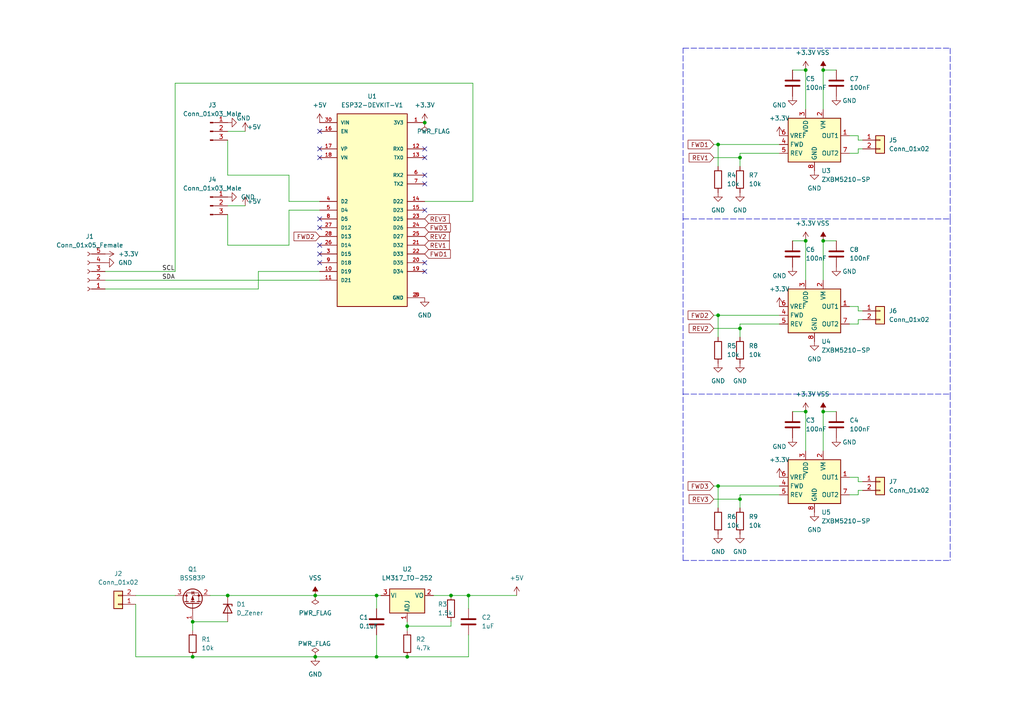
<source format=kicad_sch>
(kicad_sch (version 20211123) (generator eeschema)

  (uuid 0355b23a-3e7a-4fe0-9a99-22ae2976a3a7)

  (paper "A4")

  (lib_symbols
    (symbol "Connector:Conn_01x03_Male" (pin_names (offset 1.016) hide) (in_bom yes) (on_board yes)
      (property "Reference" "J" (id 0) (at 0 5.08 0)
        (effects (font (size 1.27 1.27)))
      )
      (property "Value" "Conn_01x03_Male" (id 1) (at 0 -5.08 0)
        (effects (font (size 1.27 1.27)))
      )
      (property "Footprint" "" (id 2) (at 0 0 0)
        (effects (font (size 1.27 1.27)) hide)
      )
      (property "Datasheet" "~" (id 3) (at 0 0 0)
        (effects (font (size 1.27 1.27)) hide)
      )
      (property "ki_keywords" "connector" (id 4) (at 0 0 0)
        (effects (font (size 1.27 1.27)) hide)
      )
      (property "ki_description" "Generic connector, single row, 01x03, script generated (kicad-library-utils/schlib/autogen/connector/)" (id 5) (at 0 0 0)
        (effects (font (size 1.27 1.27)) hide)
      )
      (property "ki_fp_filters" "Connector*:*_1x??_*" (id 6) (at 0 0 0)
        (effects (font (size 1.27 1.27)) hide)
      )
      (symbol "Conn_01x03_Male_1_1"
        (polyline
          (pts
            (xy 1.27 -2.54)
            (xy 0.8636 -2.54)
          )
          (stroke (width 0.1524) (type default) (color 0 0 0 0))
          (fill (type none))
        )
        (polyline
          (pts
            (xy 1.27 0)
            (xy 0.8636 0)
          )
          (stroke (width 0.1524) (type default) (color 0 0 0 0))
          (fill (type none))
        )
        (polyline
          (pts
            (xy 1.27 2.54)
            (xy 0.8636 2.54)
          )
          (stroke (width 0.1524) (type default) (color 0 0 0 0))
          (fill (type none))
        )
        (rectangle (start 0.8636 -2.413) (end 0 -2.667)
          (stroke (width 0.1524) (type default) (color 0 0 0 0))
          (fill (type outline))
        )
        (rectangle (start 0.8636 0.127) (end 0 -0.127)
          (stroke (width 0.1524) (type default) (color 0 0 0 0))
          (fill (type outline))
        )
        (rectangle (start 0.8636 2.667) (end 0 2.413)
          (stroke (width 0.1524) (type default) (color 0 0 0 0))
          (fill (type outline))
        )
        (pin passive line (at 5.08 2.54 180) (length 3.81)
          (name "Pin_1" (effects (font (size 1.27 1.27))))
          (number "1" (effects (font (size 1.27 1.27))))
        )
        (pin passive line (at 5.08 0 180) (length 3.81)
          (name "Pin_2" (effects (font (size 1.27 1.27))))
          (number "2" (effects (font (size 1.27 1.27))))
        )
        (pin passive line (at 5.08 -2.54 180) (length 3.81)
          (name "Pin_3" (effects (font (size 1.27 1.27))))
          (number "3" (effects (font (size 1.27 1.27))))
        )
      )
    )
    (symbol "Connector:Conn_01x05_Female" (pin_names (offset 1.016) hide) (in_bom yes) (on_board yes)
      (property "Reference" "J" (id 0) (at 0 7.62 0)
        (effects (font (size 1.27 1.27)))
      )
      (property "Value" "Conn_01x05_Female" (id 1) (at 0 -7.62 0)
        (effects (font (size 1.27 1.27)))
      )
      (property "Footprint" "" (id 2) (at 0 0 0)
        (effects (font (size 1.27 1.27)) hide)
      )
      (property "Datasheet" "~" (id 3) (at 0 0 0)
        (effects (font (size 1.27 1.27)) hide)
      )
      (property "ki_keywords" "connector" (id 4) (at 0 0 0)
        (effects (font (size 1.27 1.27)) hide)
      )
      (property "ki_description" "Generic connector, single row, 01x05, script generated (kicad-library-utils/schlib/autogen/connector/)" (id 5) (at 0 0 0)
        (effects (font (size 1.27 1.27)) hide)
      )
      (property "ki_fp_filters" "Connector*:*_1x??_*" (id 6) (at 0 0 0)
        (effects (font (size 1.27 1.27)) hide)
      )
      (symbol "Conn_01x05_Female_1_1"
        (arc (start 0 -4.572) (mid -0.508 -5.08) (end 0 -5.588)
          (stroke (width 0.1524) (type default) (color 0 0 0 0))
          (fill (type none))
        )
        (arc (start 0 -2.032) (mid -0.508 -2.54) (end 0 -3.048)
          (stroke (width 0.1524) (type default) (color 0 0 0 0))
          (fill (type none))
        )
        (polyline
          (pts
            (xy -1.27 -5.08)
            (xy -0.508 -5.08)
          )
          (stroke (width 0.1524) (type default) (color 0 0 0 0))
          (fill (type none))
        )
        (polyline
          (pts
            (xy -1.27 -2.54)
            (xy -0.508 -2.54)
          )
          (stroke (width 0.1524) (type default) (color 0 0 0 0))
          (fill (type none))
        )
        (polyline
          (pts
            (xy -1.27 0)
            (xy -0.508 0)
          )
          (stroke (width 0.1524) (type default) (color 0 0 0 0))
          (fill (type none))
        )
        (polyline
          (pts
            (xy -1.27 2.54)
            (xy -0.508 2.54)
          )
          (stroke (width 0.1524) (type default) (color 0 0 0 0))
          (fill (type none))
        )
        (polyline
          (pts
            (xy -1.27 5.08)
            (xy -0.508 5.08)
          )
          (stroke (width 0.1524) (type default) (color 0 0 0 0))
          (fill (type none))
        )
        (arc (start 0 0.508) (mid -0.508 0) (end 0 -0.508)
          (stroke (width 0.1524) (type default) (color 0 0 0 0))
          (fill (type none))
        )
        (arc (start 0 3.048) (mid -0.508 2.54) (end 0 2.032)
          (stroke (width 0.1524) (type default) (color 0 0 0 0))
          (fill (type none))
        )
        (arc (start 0 5.588) (mid -0.508 5.08) (end 0 4.572)
          (stroke (width 0.1524) (type default) (color 0 0 0 0))
          (fill (type none))
        )
        (pin passive line (at -5.08 5.08 0) (length 3.81)
          (name "Pin_1" (effects (font (size 1.27 1.27))))
          (number "1" (effects (font (size 1.27 1.27))))
        )
        (pin passive line (at -5.08 2.54 0) (length 3.81)
          (name "Pin_2" (effects (font (size 1.27 1.27))))
          (number "2" (effects (font (size 1.27 1.27))))
        )
        (pin passive line (at -5.08 0 0) (length 3.81)
          (name "Pin_3" (effects (font (size 1.27 1.27))))
          (number "3" (effects (font (size 1.27 1.27))))
        )
        (pin passive line (at -5.08 -2.54 0) (length 3.81)
          (name "Pin_4" (effects (font (size 1.27 1.27))))
          (number "4" (effects (font (size 1.27 1.27))))
        )
        (pin passive line (at -5.08 -5.08 0) (length 3.81)
          (name "Pin_5" (effects (font (size 1.27 1.27))))
          (number "5" (effects (font (size 1.27 1.27))))
        )
      )
    )
    (symbol "Connector_Generic:Conn_01x02" (pin_names (offset 1.016) hide) (in_bom yes) (on_board yes)
      (property "Reference" "J" (id 0) (at 0 2.54 0)
        (effects (font (size 1.27 1.27)))
      )
      (property "Value" "Conn_01x02" (id 1) (at 0 -5.08 0)
        (effects (font (size 1.27 1.27)))
      )
      (property "Footprint" "" (id 2) (at 0 0 0)
        (effects (font (size 1.27 1.27)) hide)
      )
      (property "Datasheet" "~" (id 3) (at 0 0 0)
        (effects (font (size 1.27 1.27)) hide)
      )
      (property "ki_keywords" "connector" (id 4) (at 0 0 0)
        (effects (font (size 1.27 1.27)) hide)
      )
      (property "ki_description" "Generic connector, single row, 01x02, script generated (kicad-library-utils/schlib/autogen/connector/)" (id 5) (at 0 0 0)
        (effects (font (size 1.27 1.27)) hide)
      )
      (property "ki_fp_filters" "Connector*:*_1x??_*" (id 6) (at 0 0 0)
        (effects (font (size 1.27 1.27)) hide)
      )
      (symbol "Conn_01x02_1_1"
        (rectangle (start -1.27 -2.413) (end 0 -2.667)
          (stroke (width 0.1524) (type default) (color 0 0 0 0))
          (fill (type none))
        )
        (rectangle (start -1.27 0.127) (end 0 -0.127)
          (stroke (width 0.1524) (type default) (color 0 0 0 0))
          (fill (type none))
        )
        (rectangle (start -1.27 1.27) (end 1.27 -3.81)
          (stroke (width 0.254) (type default) (color 0 0 0 0))
          (fill (type background))
        )
        (pin passive line (at -5.08 0 0) (length 3.81)
          (name "Pin_1" (effects (font (size 1.27 1.27))))
          (number "1" (effects (font (size 1.27 1.27))))
        )
        (pin passive line (at -5.08 -2.54 0) (length 3.81)
          (name "Pin_2" (effects (font (size 1.27 1.27))))
          (number "2" (effects (font (size 1.27 1.27))))
        )
      )
    )
    (symbol "DevKitV1:ESP32-DEVKIT-V1" (pin_names (offset 1.016)) (in_bom yes) (on_board yes)
      (property "Reference" "U" (id 0) (at -10.16 30.48 0)
        (effects (font (size 1.27 1.27)) (justify left bottom))
      )
      (property "Value" "ESP32-DEVKIT-V1" (id 1) (at -10.16 -30.48 0)
        (effects (font (size 1.27 1.27)) (justify left bottom))
      )
      (property "Footprint" "MODULE_ESP32_DEVKIT_V1" (id 2) (at 0 0 0)
        (effects (font (size 1.27 1.27)) (justify left bottom) hide)
      )
      (property "Datasheet" "" (id 3) (at 0 0 0)
        (effects (font (size 1.27 1.27)) (justify left bottom) hide)
      )
      (property "MANUFACTURER" "DOIT" (id 4) (at 0 0 0)
        (effects (font (size 1.27 1.27)) (justify left bottom) hide)
      )
      (property "PARTREV" "N/A" (id 5) (at 0 0 0)
        (effects (font (size 1.27 1.27)) (justify left bottom) hide)
      )
      (property "STANDARD" "Manufacturer Recommendations" (id 6) (at 0 0 0)
        (effects (font (size 1.27 1.27)) (justify left bottom) hide)
      )
      (property "MAXIMUM_PACKAGE_HEIGHT" "6.8 mm" (id 7) (at 0 0 0)
        (effects (font (size 1.27 1.27)) (justify left bottom) hide)
      )
      (property "ki_locked" "" (id 8) (at 0 0 0)
        (effects (font (size 1.27 1.27)))
      )
      (symbol "ESP32-DEVKIT-V1_0_0"
        (rectangle (start -10.16 -27.94) (end 10.16 27.94)
          (stroke (width 0.254) (type default) (color 0 0 0 0))
          (fill (type background))
        )
        (pin output line (at 15.24 25.4 180) (length 5.08)
          (name "3V3" (effects (font (size 1.016 1.016))))
          (number "1" (effects (font (size 1.016 1.016))))
        )
        (pin bidirectional line (at -15.24 -17.78 0) (length 5.08)
          (name "D19" (effects (font (size 1.016 1.016))))
          (number "10" (effects (font (size 1.016 1.016))))
        )
        (pin bidirectional line (at -15.24 -20.32 0) (length 5.08)
          (name "D21" (effects (font (size 1.016 1.016))))
          (number "11" (effects (font (size 1.016 1.016))))
        )
        (pin input line (at 15.24 17.78 180) (length 5.08)
          (name "RX0" (effects (font (size 1.016 1.016))))
          (number "12" (effects (font (size 1.016 1.016))))
        )
        (pin output line (at 15.24 15.24 180) (length 5.08)
          (name "TX0" (effects (font (size 1.016 1.016))))
          (number "13" (effects (font (size 1.016 1.016))))
        )
        (pin bidirectional line (at 15.24 2.54 180) (length 5.08)
          (name "D22" (effects (font (size 1.016 1.016))))
          (number "14" (effects (font (size 1.016 1.016))))
        )
        (pin bidirectional line (at 15.24 0 180) (length 5.08)
          (name "D23" (effects (font (size 1.016 1.016))))
          (number "15" (effects (font (size 1.016 1.016))))
        )
        (pin input line (at -15.24 22.86 0) (length 5.08)
          (name "EN" (effects (font (size 1.016 1.016))))
          (number "16" (effects (font (size 1.016 1.016))))
        )
        (pin bidirectional line (at -15.24 17.78 0) (length 5.08)
          (name "VP" (effects (font (size 1.016 1.016))))
          (number "17" (effects (font (size 1.016 1.016))))
        )
        (pin bidirectional line (at -15.24 15.24 0) (length 5.08)
          (name "VN" (effects (font (size 1.016 1.016))))
          (number "18" (effects (font (size 1.016 1.016))))
        )
        (pin bidirectional line (at 15.24 -17.78 180) (length 5.08)
          (name "D34" (effects (font (size 1.016 1.016))))
          (number "19" (effects (font (size 1.016 1.016))))
        )
        (pin power_in line (at 15.24 -25.4 180) (length 5.08)
          (name "GND" (effects (font (size 1.016 1.016))))
          (number "2" (effects (font (size 1.016 1.016))))
        )
        (pin bidirectional line (at 15.24 -15.24 180) (length 5.08)
          (name "D35" (effects (font (size 1.016 1.016))))
          (number "20" (effects (font (size 1.016 1.016))))
        )
        (pin bidirectional line (at 15.24 -10.16 180) (length 5.08)
          (name "D32" (effects (font (size 1.016 1.016))))
          (number "21" (effects (font (size 1.016 1.016))))
        )
        (pin bidirectional line (at 15.24 -12.7 180) (length 5.08)
          (name "D33" (effects (font (size 1.016 1.016))))
          (number "22" (effects (font (size 1.016 1.016))))
        )
        (pin bidirectional line (at 15.24 -2.54 180) (length 5.08)
          (name "D25" (effects (font (size 1.016 1.016))))
          (number "23" (effects (font (size 1.016 1.016))))
        )
        (pin bidirectional line (at 15.24 -5.08 180) (length 5.08)
          (name "D26" (effects (font (size 1.016 1.016))))
          (number "24" (effects (font (size 1.016 1.016))))
        )
        (pin bidirectional line (at 15.24 -7.62 180) (length 5.08)
          (name "D27" (effects (font (size 1.016 1.016))))
          (number "25" (effects (font (size 1.016 1.016))))
        )
        (pin bidirectional line (at -15.24 -10.16 0) (length 5.08)
          (name "D14" (effects (font (size 1.016 1.016))))
          (number "26" (effects (font (size 1.016 1.016))))
        )
        (pin bidirectional line (at -15.24 -5.08 0) (length 5.08)
          (name "D12" (effects (font (size 1.016 1.016))))
          (number "27" (effects (font (size 1.016 1.016))))
        )
        (pin bidirectional line (at -15.24 -7.62 0) (length 5.08)
          (name "D13" (effects (font (size 1.016 1.016))))
          (number "28" (effects (font (size 1.016 1.016))))
        )
        (pin power_in line (at 15.24 -25.4 180) (length 5.08)
          (name "GND" (effects (font (size 1.016 1.016))))
          (number "29" (effects (font (size 1.016 1.016))))
        )
        (pin bidirectional line (at -15.24 -12.7 0) (length 5.08)
          (name "D15" (effects (font (size 1.016 1.016))))
          (number "3" (effects (font (size 1.016 1.016))))
        )
        (pin input line (at -15.24 25.4 0) (length 5.08)
          (name "VIN" (effects (font (size 1.016 1.016))))
          (number "30" (effects (font (size 1.016 1.016))))
        )
        (pin bidirectional line (at -15.24 2.54 0) (length 5.08)
          (name "D2" (effects (font (size 1.016 1.016))))
          (number "4" (effects (font (size 1.016 1.016))))
        )
        (pin bidirectional line (at -15.24 0 0) (length 5.08)
          (name "D4" (effects (font (size 1.016 1.016))))
          (number "5" (effects (font (size 1.016 1.016))))
        )
        (pin input line (at 15.24 10.16 180) (length 5.08)
          (name "RX2" (effects (font (size 1.016 1.016))))
          (number "6" (effects (font (size 1.016 1.016))))
        )
        (pin output line (at 15.24 7.62 180) (length 5.08)
          (name "TX2" (effects (font (size 1.016 1.016))))
          (number "7" (effects (font (size 1.016 1.016))))
        )
        (pin bidirectional line (at -15.24 -2.54 0) (length 5.08)
          (name "D5" (effects (font (size 1.016 1.016))))
          (number "8" (effects (font (size 1.016 1.016))))
        )
        (pin bidirectional line (at -15.24 -15.24 0) (length 5.08)
          (name "D18" (effects (font (size 1.016 1.016))))
          (number "9" (effects (font (size 1.016 1.016))))
        )
      )
    )
    (symbol "Device:C" (pin_numbers hide) (pin_names (offset 0.254)) (in_bom yes) (on_board yes)
      (property "Reference" "C" (id 0) (at 0.635 2.54 0)
        (effects (font (size 1.27 1.27)) (justify left))
      )
      (property "Value" "C" (id 1) (at 0.635 -2.54 0)
        (effects (font (size 1.27 1.27)) (justify left))
      )
      (property "Footprint" "" (id 2) (at 0.9652 -3.81 0)
        (effects (font (size 1.27 1.27)) hide)
      )
      (property "Datasheet" "~" (id 3) (at 0 0 0)
        (effects (font (size 1.27 1.27)) hide)
      )
      (property "ki_keywords" "cap capacitor" (id 4) (at 0 0 0)
        (effects (font (size 1.27 1.27)) hide)
      )
      (property "ki_description" "Unpolarized capacitor" (id 5) (at 0 0 0)
        (effects (font (size 1.27 1.27)) hide)
      )
      (property "ki_fp_filters" "C_*" (id 6) (at 0 0 0)
        (effects (font (size 1.27 1.27)) hide)
      )
      (symbol "C_0_1"
        (polyline
          (pts
            (xy -2.032 -0.762)
            (xy 2.032 -0.762)
          )
          (stroke (width 0.508) (type default) (color 0 0 0 0))
          (fill (type none))
        )
        (polyline
          (pts
            (xy -2.032 0.762)
            (xy 2.032 0.762)
          )
          (stroke (width 0.508) (type default) (color 0 0 0 0))
          (fill (type none))
        )
      )
      (symbol "C_1_1"
        (pin passive line (at 0 3.81 270) (length 2.794)
          (name "~" (effects (font (size 1.27 1.27))))
          (number "1" (effects (font (size 1.27 1.27))))
        )
        (pin passive line (at 0 -3.81 90) (length 2.794)
          (name "~" (effects (font (size 1.27 1.27))))
          (number "2" (effects (font (size 1.27 1.27))))
        )
      )
    )
    (symbol "Device:D_Zener" (pin_numbers hide) (pin_names (offset 1.016) hide) (in_bom yes) (on_board yes)
      (property "Reference" "D" (id 0) (at 0 2.54 0)
        (effects (font (size 1.27 1.27)))
      )
      (property "Value" "D_Zener" (id 1) (at 0 -2.54 0)
        (effects (font (size 1.27 1.27)))
      )
      (property "Footprint" "" (id 2) (at 0 0 0)
        (effects (font (size 1.27 1.27)) hide)
      )
      (property "Datasheet" "~" (id 3) (at 0 0 0)
        (effects (font (size 1.27 1.27)) hide)
      )
      (property "ki_keywords" "diode" (id 4) (at 0 0 0)
        (effects (font (size 1.27 1.27)) hide)
      )
      (property "ki_description" "Zener diode" (id 5) (at 0 0 0)
        (effects (font (size 1.27 1.27)) hide)
      )
      (property "ki_fp_filters" "TO-???* *_Diode_* *SingleDiode* D_*" (id 6) (at 0 0 0)
        (effects (font (size 1.27 1.27)) hide)
      )
      (symbol "D_Zener_0_1"
        (polyline
          (pts
            (xy 1.27 0)
            (xy -1.27 0)
          )
          (stroke (width 0) (type default) (color 0 0 0 0))
          (fill (type none))
        )
        (polyline
          (pts
            (xy -1.27 -1.27)
            (xy -1.27 1.27)
            (xy -0.762 1.27)
          )
          (stroke (width 0.254) (type default) (color 0 0 0 0))
          (fill (type none))
        )
        (polyline
          (pts
            (xy 1.27 -1.27)
            (xy 1.27 1.27)
            (xy -1.27 0)
            (xy 1.27 -1.27)
          )
          (stroke (width 0.254) (type default) (color 0 0 0 0))
          (fill (type none))
        )
      )
      (symbol "D_Zener_1_1"
        (pin passive line (at -3.81 0 0) (length 2.54)
          (name "K" (effects (font (size 1.27 1.27))))
          (number "1" (effects (font (size 1.27 1.27))))
        )
        (pin passive line (at 3.81 0 180) (length 2.54)
          (name "A" (effects (font (size 1.27 1.27))))
          (number "2" (effects (font (size 1.27 1.27))))
        )
      )
    )
    (symbol "Device:R" (pin_numbers hide) (pin_names (offset 0)) (in_bom yes) (on_board yes)
      (property "Reference" "R" (id 0) (at 2.032 0 90)
        (effects (font (size 1.27 1.27)))
      )
      (property "Value" "R" (id 1) (at 0 0 90)
        (effects (font (size 1.27 1.27)))
      )
      (property "Footprint" "" (id 2) (at -1.778 0 90)
        (effects (font (size 1.27 1.27)) hide)
      )
      (property "Datasheet" "~" (id 3) (at 0 0 0)
        (effects (font (size 1.27 1.27)) hide)
      )
      (property "ki_keywords" "R res resistor" (id 4) (at 0 0 0)
        (effects (font (size 1.27 1.27)) hide)
      )
      (property "ki_description" "Resistor" (id 5) (at 0 0 0)
        (effects (font (size 1.27 1.27)) hide)
      )
      (property "ki_fp_filters" "R_*" (id 6) (at 0 0 0)
        (effects (font (size 1.27 1.27)) hide)
      )
      (symbol "R_0_1"
        (rectangle (start -1.016 -2.54) (end 1.016 2.54)
          (stroke (width 0.254) (type default) (color 0 0 0 0))
          (fill (type none))
        )
      )
      (symbol "R_1_1"
        (pin passive line (at 0 3.81 270) (length 1.27)
          (name "~" (effects (font (size 1.27 1.27))))
          (number "1" (effects (font (size 1.27 1.27))))
        )
        (pin passive line (at 0 -3.81 90) (length 1.27)
          (name "~" (effects (font (size 1.27 1.27))))
          (number "2" (effects (font (size 1.27 1.27))))
        )
      )
    )
    (symbol "Driver_Motor:ZXBM5210-SP" (in_bom yes) (on_board yes)
      (property "Reference" "U" (id 0) (at -7.62 8.89 0)
        (effects (font (size 1.27 1.27)))
      )
      (property "Value" "ZXBM5210-SP" (id 1) (at 10.16 8.89 0)
        (effects (font (size 1.27 1.27)))
      )
      (property "Footprint" "Package_SO:Diodes_SO-8EP" (id 2) (at 1.27 -6.35 0)
        (effects (font (size 1.27 1.27)) hide)
      )
      (property "Datasheet" "https://www.diodes.com/assets/Datasheets/ZXBM5210.pdf" (id 3) (at 0 0 0)
        (effects (font (size 1.27 1.27)) hide)
      )
      (property "ki_keywords" "H-bridge, motor driver, PWM, single coil" (id 4) (at 0 0 0)
        (effects (font (size 1.27 1.27)) hide)
      )
      (property "ki_description" "Reversible DC motor drive with speed control, 3-18V, 0.85A, SOIC-8EP" (id 5) (at 0 0 0)
        (effects (font (size 1.27 1.27)) hide)
      )
      (property "ki_fp_filters" "Diodes*SO*EP*" (id 6) (at 0 0 0)
        (effects (font (size 1.27 1.27)) hide)
      )
      (symbol "ZXBM5210-SP_0_0"
        (pin output line (at 10.16 2.54 180) (length 2.54)
          (name "OUT1" (effects (font (size 1.27 1.27))))
          (number "1" (effects (font (size 1.27 1.27))))
        )
        (pin power_in line (at 2.54 10.16 270) (length 2.54)
          (name "VM" (effects (font (size 1.27 1.27))))
          (number "2" (effects (font (size 1.27 1.27))))
        )
        (pin power_in line (at -2.54 10.16 270) (length 2.54)
          (name "VDD" (effects (font (size 1.27 1.27))))
          (number "3" (effects (font (size 1.27 1.27))))
        )
        (pin input line (at -10.16 0 0) (length 2.54)
          (name "FWD" (effects (font (size 1.27 1.27))))
          (number "4" (effects (font (size 1.27 1.27))))
        )
        (pin input line (at -10.16 -2.54 0) (length 2.54)
          (name "REV" (effects (font (size 1.27 1.27))))
          (number "5" (effects (font (size 1.27 1.27))))
        )
        (pin input line (at -10.16 2.54 0) (length 2.54)
          (name "VREF" (effects (font (size 1.27 1.27))))
          (number "6" (effects (font (size 1.27 1.27))))
        )
        (pin output line (at 10.16 -2.54 180) (length 2.54)
          (name "OUT2" (effects (font (size 1.27 1.27))))
          (number "7" (effects (font (size 1.27 1.27))))
        )
        (pin power_in line (at 0 -7.62 90) (length 2.54)
          (name "GND" (effects (font (size 1.27 1.27))))
          (number "8" (effects (font (size 1.27 1.27))))
        )
        (pin passive line (at 0 -7.62 90) (length 2.54) hide
          (name "GND" (effects (font (size 1.27 1.27))))
          (number "9" (effects (font (size 1.27 1.27))))
        )
      )
      (symbol "ZXBM5210-SP_0_1"
        (rectangle (start -7.62 7.62) (end 7.62 -5.08)
          (stroke (width 0.254) (type default) (color 0 0 0 0))
          (fill (type background))
        )
      )
    )
    (symbol "Regulator_Linear:LM317_TO-252" (pin_names (offset 0.254)) (in_bom yes) (on_board yes)
      (property "Reference" "U" (id 0) (at -3.81 3.175 0)
        (effects (font (size 1.27 1.27)))
      )
      (property "Value" "LM317_TO-252" (id 1) (at 0 3.175 0)
        (effects (font (size 1.27 1.27)) (justify left))
      )
      (property "Footprint" "Package_TO_SOT_SMD:TO-252-2" (id 2) (at 0 6.35 0)
        (effects (font (size 1.27 1.27) italic) hide)
      )
      (property "Datasheet" "http://www.ti.com/lit/ds/snvs774n/snvs774n.pdf" (id 3) (at 0 0 0)
        (effects (font (size 1.27 1.27)) hide)
      )
      (property "ki_keywords" "Adjustable Voltage Regulator 1A Positive" (id 4) (at 0 0 0)
        (effects (font (size 1.27 1.27)) hide)
      )
      (property "ki_description" "1.5A 35V Adjustable Linear Regulator, TO-252" (id 5) (at 0 0 0)
        (effects (font (size 1.27 1.27)) hide)
      )
      (property "ki_fp_filters" "TO?252*" (id 6) (at 0 0 0)
        (effects (font (size 1.27 1.27)) hide)
      )
      (symbol "LM317_TO-252_0_1"
        (rectangle (start -5.08 1.905) (end 5.08 -5.08)
          (stroke (width 0.254) (type default) (color 0 0 0 0))
          (fill (type background))
        )
      )
      (symbol "LM317_TO-252_1_1"
        (pin input line (at 0 -7.62 90) (length 2.54)
          (name "ADJ" (effects (font (size 1.27 1.27))))
          (number "1" (effects (font (size 1.27 1.27))))
        )
        (pin power_out line (at 7.62 0 180) (length 2.54)
          (name "VO" (effects (font (size 1.27 1.27))))
          (number "2" (effects (font (size 1.27 1.27))))
        )
        (pin power_in line (at -7.62 0 0) (length 2.54)
          (name "VI" (effects (font (size 1.27 1.27))))
          (number "3" (effects (font (size 1.27 1.27))))
        )
      )
    )
    (symbol "Transistor_FET:BSS83P" (pin_names hide) (in_bom yes) (on_board yes)
      (property "Reference" "Q" (id 0) (at 5.08 1.905 0)
        (effects (font (size 1.27 1.27)) (justify left))
      )
      (property "Value" "BSS83P" (id 1) (at 5.08 0 0)
        (effects (font (size 1.27 1.27)) (justify left))
      )
      (property "Footprint" "Package_TO_SOT_SMD:SOT-23" (id 2) (at 5.08 -1.905 0)
        (effects (font (size 1.27 1.27) italic) (justify left) hide)
      )
      (property "Datasheet" "http://www.farnell.com/datasheets/1835997.pdf" (id 3) (at 0 0 0)
        (effects (font (size 1.27 1.27)) (justify left) hide)
      )
      (property "ki_keywords" "P-Channel MOSFET" (id 4) (at 0 0 0)
        (effects (font (size 1.27 1.27)) hide)
      )
      (property "ki_description" "-0.33A Id, -60V Vds, P-Channel MOSFET, SOT-23" (id 5) (at 0 0 0)
        (effects (font (size 1.27 1.27)) hide)
      )
      (property "ki_fp_filters" "SOT?23*" (id 6) (at 0 0 0)
        (effects (font (size 1.27 1.27)) hide)
      )
      (symbol "BSS83P_0_1"
        (polyline
          (pts
            (xy 0.254 0)
            (xy -2.54 0)
          )
          (stroke (width 0) (type default) (color 0 0 0 0))
          (fill (type none))
        )
        (polyline
          (pts
            (xy 0.254 1.905)
            (xy 0.254 -1.905)
          )
          (stroke (width 0.254) (type default) (color 0 0 0 0))
          (fill (type none))
        )
        (polyline
          (pts
            (xy 0.762 -1.27)
            (xy 0.762 -2.286)
          )
          (stroke (width 0.254) (type default) (color 0 0 0 0))
          (fill (type none))
        )
        (polyline
          (pts
            (xy 0.762 0.508)
            (xy 0.762 -0.508)
          )
          (stroke (width 0.254) (type default) (color 0 0 0 0))
          (fill (type none))
        )
        (polyline
          (pts
            (xy 0.762 2.286)
            (xy 0.762 1.27)
          )
          (stroke (width 0.254) (type default) (color 0 0 0 0))
          (fill (type none))
        )
        (polyline
          (pts
            (xy 2.54 2.54)
            (xy 2.54 1.778)
          )
          (stroke (width 0) (type default) (color 0 0 0 0))
          (fill (type none))
        )
        (polyline
          (pts
            (xy 2.54 -2.54)
            (xy 2.54 0)
            (xy 0.762 0)
          )
          (stroke (width 0) (type default) (color 0 0 0 0))
          (fill (type none))
        )
        (polyline
          (pts
            (xy 0.762 1.778)
            (xy 3.302 1.778)
            (xy 3.302 -1.778)
            (xy 0.762 -1.778)
          )
          (stroke (width 0) (type default) (color 0 0 0 0))
          (fill (type none))
        )
        (polyline
          (pts
            (xy 2.286 0)
            (xy 1.27 0.381)
            (xy 1.27 -0.381)
            (xy 2.286 0)
          )
          (stroke (width 0) (type default) (color 0 0 0 0))
          (fill (type outline))
        )
        (polyline
          (pts
            (xy 2.794 -0.508)
            (xy 2.921 -0.381)
            (xy 3.683 -0.381)
            (xy 3.81 -0.254)
          )
          (stroke (width 0) (type default) (color 0 0 0 0))
          (fill (type none))
        )
        (polyline
          (pts
            (xy 3.302 -0.381)
            (xy 2.921 0.254)
            (xy 3.683 0.254)
            (xy 3.302 -0.381)
          )
          (stroke (width 0) (type default) (color 0 0 0 0))
          (fill (type none))
        )
        (circle (center 1.651 0) (radius 2.794)
          (stroke (width 0.254) (type default) (color 0 0 0 0))
          (fill (type none))
        )
        (circle (center 2.54 -1.778) (radius 0.254)
          (stroke (width 0) (type default) (color 0 0 0 0))
          (fill (type outline))
        )
        (circle (center 2.54 1.778) (radius 0.254)
          (stroke (width 0) (type default) (color 0 0 0 0))
          (fill (type outline))
        )
      )
      (symbol "BSS83P_1_1"
        (pin input line (at -5.08 0 0) (length 2.54)
          (name "G" (effects (font (size 1.27 1.27))))
          (number "1" (effects (font (size 1.27 1.27))))
        )
        (pin passive line (at 2.54 -5.08 90) (length 2.54)
          (name "S" (effects (font (size 1.27 1.27))))
          (number "2" (effects (font (size 1.27 1.27))))
        )
        (pin passive line (at 2.54 5.08 270) (length 2.54)
          (name "D" (effects (font (size 1.27 1.27))))
          (number "3" (effects (font (size 1.27 1.27))))
        )
      )
    )
    (symbol "power:+3.3V" (power) (pin_names (offset 0)) (in_bom yes) (on_board yes)
      (property "Reference" "#PWR" (id 0) (at 0 -3.81 0)
        (effects (font (size 1.27 1.27)) hide)
      )
      (property "Value" "+3.3V" (id 1) (at 0 3.556 0)
        (effects (font (size 1.27 1.27)))
      )
      (property "Footprint" "" (id 2) (at 0 0 0)
        (effects (font (size 1.27 1.27)) hide)
      )
      (property "Datasheet" "" (id 3) (at 0 0 0)
        (effects (font (size 1.27 1.27)) hide)
      )
      (property "ki_keywords" "power-flag" (id 4) (at 0 0 0)
        (effects (font (size 1.27 1.27)) hide)
      )
      (property "ki_description" "Power symbol creates a global label with name \"+3.3V\"" (id 5) (at 0 0 0)
        (effects (font (size 1.27 1.27)) hide)
      )
      (symbol "+3.3V_0_1"
        (polyline
          (pts
            (xy -0.762 1.27)
            (xy 0 2.54)
          )
          (stroke (width 0) (type default) (color 0 0 0 0))
          (fill (type none))
        )
        (polyline
          (pts
            (xy 0 0)
            (xy 0 2.54)
          )
          (stroke (width 0) (type default) (color 0 0 0 0))
          (fill (type none))
        )
        (polyline
          (pts
            (xy 0 2.54)
            (xy 0.762 1.27)
          )
          (stroke (width 0) (type default) (color 0 0 0 0))
          (fill (type none))
        )
      )
      (symbol "+3.3V_1_1"
        (pin power_in line (at 0 0 90) (length 0) hide
          (name "+3.3V" (effects (font (size 1.27 1.27))))
          (number "1" (effects (font (size 1.27 1.27))))
        )
      )
    )
    (symbol "power:+5V" (power) (pin_names (offset 0)) (in_bom yes) (on_board yes)
      (property "Reference" "#PWR" (id 0) (at 0 -3.81 0)
        (effects (font (size 1.27 1.27)) hide)
      )
      (property "Value" "+5V" (id 1) (at 0 3.556 0)
        (effects (font (size 1.27 1.27)))
      )
      (property "Footprint" "" (id 2) (at 0 0 0)
        (effects (font (size 1.27 1.27)) hide)
      )
      (property "Datasheet" "" (id 3) (at 0 0 0)
        (effects (font (size 1.27 1.27)) hide)
      )
      (property "ki_keywords" "power-flag" (id 4) (at 0 0 0)
        (effects (font (size 1.27 1.27)) hide)
      )
      (property "ki_description" "Power symbol creates a global label with name \"+5V\"" (id 5) (at 0 0 0)
        (effects (font (size 1.27 1.27)) hide)
      )
      (symbol "+5V_0_1"
        (polyline
          (pts
            (xy -0.762 1.27)
            (xy 0 2.54)
          )
          (stroke (width 0) (type default) (color 0 0 0 0))
          (fill (type none))
        )
        (polyline
          (pts
            (xy 0 0)
            (xy 0 2.54)
          )
          (stroke (width 0) (type default) (color 0 0 0 0))
          (fill (type none))
        )
        (polyline
          (pts
            (xy 0 2.54)
            (xy 0.762 1.27)
          )
          (stroke (width 0) (type default) (color 0 0 0 0))
          (fill (type none))
        )
      )
      (symbol "+5V_1_1"
        (pin power_in line (at 0 0 90) (length 0) hide
          (name "+5V" (effects (font (size 1.27 1.27))))
          (number "1" (effects (font (size 1.27 1.27))))
        )
      )
    )
    (symbol "power:GND" (power) (pin_names (offset 0)) (in_bom yes) (on_board yes)
      (property "Reference" "#PWR" (id 0) (at 0 -6.35 0)
        (effects (font (size 1.27 1.27)) hide)
      )
      (property "Value" "GND" (id 1) (at 0 -3.81 0)
        (effects (font (size 1.27 1.27)))
      )
      (property "Footprint" "" (id 2) (at 0 0 0)
        (effects (font (size 1.27 1.27)) hide)
      )
      (property "Datasheet" "" (id 3) (at 0 0 0)
        (effects (font (size 1.27 1.27)) hide)
      )
      (property "ki_keywords" "power-flag" (id 4) (at 0 0 0)
        (effects (font (size 1.27 1.27)) hide)
      )
      (property "ki_description" "Power symbol creates a global label with name \"GND\" , ground" (id 5) (at 0 0 0)
        (effects (font (size 1.27 1.27)) hide)
      )
      (symbol "GND_0_1"
        (polyline
          (pts
            (xy 0 0)
            (xy 0 -1.27)
            (xy 1.27 -1.27)
            (xy 0 -2.54)
            (xy -1.27 -1.27)
            (xy 0 -1.27)
          )
          (stroke (width 0) (type default) (color 0 0 0 0))
          (fill (type none))
        )
      )
      (symbol "GND_1_1"
        (pin power_in line (at 0 0 270) (length 0) hide
          (name "GND" (effects (font (size 1.27 1.27))))
          (number "1" (effects (font (size 1.27 1.27))))
        )
      )
    )
    (symbol "power:PWR_FLAG" (power) (pin_numbers hide) (pin_names (offset 0) hide) (in_bom yes) (on_board yes)
      (property "Reference" "#FLG" (id 0) (at 0 1.905 0)
        (effects (font (size 1.27 1.27)) hide)
      )
      (property "Value" "PWR_FLAG" (id 1) (at 0 3.81 0)
        (effects (font (size 1.27 1.27)))
      )
      (property "Footprint" "" (id 2) (at 0 0 0)
        (effects (font (size 1.27 1.27)) hide)
      )
      (property "Datasheet" "~" (id 3) (at 0 0 0)
        (effects (font (size 1.27 1.27)) hide)
      )
      (property "ki_keywords" "power-flag" (id 4) (at 0 0 0)
        (effects (font (size 1.27 1.27)) hide)
      )
      (property "ki_description" "Special symbol for telling ERC where power comes from" (id 5) (at 0 0 0)
        (effects (font (size 1.27 1.27)) hide)
      )
      (symbol "PWR_FLAG_0_0"
        (pin power_out line (at 0 0 90) (length 0)
          (name "pwr" (effects (font (size 1.27 1.27))))
          (number "1" (effects (font (size 1.27 1.27))))
        )
      )
      (symbol "PWR_FLAG_0_1"
        (polyline
          (pts
            (xy 0 0)
            (xy 0 1.27)
            (xy -1.016 1.905)
            (xy 0 2.54)
            (xy 1.016 1.905)
            (xy 0 1.27)
          )
          (stroke (width 0) (type default) (color 0 0 0 0))
          (fill (type none))
        )
      )
    )
    (symbol "power:VSS" (power) (pin_names (offset 0)) (in_bom yes) (on_board yes)
      (property "Reference" "#PWR" (id 0) (at 0 -3.81 0)
        (effects (font (size 1.27 1.27)) hide)
      )
      (property "Value" "VSS" (id 1) (at 0 3.81 0)
        (effects (font (size 1.27 1.27)))
      )
      (property "Footprint" "" (id 2) (at 0 0 0)
        (effects (font (size 1.27 1.27)) hide)
      )
      (property "Datasheet" "" (id 3) (at 0 0 0)
        (effects (font (size 1.27 1.27)) hide)
      )
      (property "ki_keywords" "power-flag" (id 4) (at 0 0 0)
        (effects (font (size 1.27 1.27)) hide)
      )
      (property "ki_description" "Power symbol creates a global label with name \"VSS\"" (id 5) (at 0 0 0)
        (effects (font (size 1.27 1.27)) hide)
      )
      (symbol "VSS_0_1"
        (polyline
          (pts
            (xy 0 0)
            (xy 0 2.54)
          )
          (stroke (width 0) (type default) (color 0 0 0 0))
          (fill (type none))
        )
        (polyline
          (pts
            (xy 0.762 1.27)
            (xy -0.762 1.27)
            (xy 0 2.54)
            (xy 0.762 1.27)
          )
          (stroke (width 0) (type default) (color 0 0 0 0))
          (fill (type outline))
        )
      )
      (symbol "VSS_1_1"
        (pin power_in line (at 0 0 90) (length 0) hide
          (name "VSS" (effects (font (size 1.27 1.27))))
          (number "1" (effects (font (size 1.27 1.27))))
        )
      )
    )
  )

  (junction (at 233.68 20.32) (diameter 0) (color 0 0 0 0)
    (uuid 05f1f162-71e4-4a42-a0e0-10434829388b)
  )
  (junction (at 233.68 119.38) (diameter 0) (color 0 0 0 0)
    (uuid 08c55a5f-09d3-465b-9732-dc17d23086ac)
  )
  (junction (at 208.28 140.97) (diameter 0) (color 0 0 0 0)
    (uuid 14beffc1-8642-465c-977f-325926926dcd)
  )
  (junction (at 238.76 119.38) (diameter 0) (color 0 0 0 0)
    (uuid 240b6d83-9309-44a1-b7c8-77f639b45be1)
  )
  (junction (at 55.88 190.5) (diameter 0) (color 0 0 0 0)
    (uuid 33b21bde-ec49-45be-901c-f31bb3707a4a)
  )
  (junction (at 91.44 190.5) (diameter 0) (color 0 0 0 0)
    (uuid 384d98f0-93eb-480a-9da7-02e16ded483b)
  )
  (junction (at 118.11 181.61) (diameter 0) (color 0 0 0 0)
    (uuid 51da8d28-fde2-4d69-914f-f75bc4b961e5)
  )
  (junction (at 109.22 172.72) (diameter 0) (color 0 0 0 0)
    (uuid 59fcb554-6fb5-41d1-a698-dc1d1db46d26)
  )
  (junction (at 91.44 172.72) (diameter 0) (color 0 0 0 0)
    (uuid 5f2acc2a-f7ab-4026-b05a-3714e91a5ee5)
  )
  (junction (at 214.63 144.78) (diameter 0) (color 0 0 0 0)
    (uuid 7eca2b6a-74ac-438f-a529-53abad125b44)
  )
  (junction (at 118.11 190.5) (diameter 0) (color 0 0 0 0)
    (uuid 918c706f-6449-4a0f-8de8-bc5b0dec3d45)
  )
  (junction (at 238.76 69.85) (diameter 0) (color 0 0 0 0)
    (uuid 9aca25fa-8c70-412c-95de-4c71e78caee8)
  )
  (junction (at 233.68 69.85) (diameter 0) (color 0 0 0 0)
    (uuid a5d4cbeb-0138-452c-bef7-f76b200e0e3a)
  )
  (junction (at 66.04 172.72) (diameter 0) (color 0 0 0 0)
    (uuid a9532736-22c7-4ca9-aa0b-5b92e64f6e0e)
  )
  (junction (at 208.28 41.91) (diameter 0) (color 0 0 0 0)
    (uuid b2d70a93-8c5c-49a7-bc1e-be95edfd8982)
  )
  (junction (at 208.28 91.44) (diameter 0) (color 0 0 0 0)
    (uuid b361fb15-3811-48c6-b14c-e831848c6dd2)
  )
  (junction (at 55.88 180.34) (diameter 0) (color 0 0 0 0)
    (uuid b4289e36-85ae-4233-b615-510f0e70bf92)
  )
  (junction (at 135.89 172.72) (diameter 0) (color 0 0 0 0)
    (uuid c6418f9a-2713-4032-a293-ce19e480678c)
  )
  (junction (at 123.19 35.56) (diameter 0) (color 0 0 0 0)
    (uuid d21396e0-5db5-447a-afe9-d55be7de0d11)
  )
  (junction (at 214.63 95.25) (diameter 0) (color 0 0 0 0)
    (uuid dade3482-665b-40cf-9a4a-0cc6d69443ba)
  )
  (junction (at 214.63 45.72) (diameter 0) (color 0 0 0 0)
    (uuid efbf7d06-8dc5-486a-9124-e6031ccf754a)
  )
  (junction (at 238.76 20.32) (diameter 0) (color 0 0 0 0)
    (uuid f5369620-6d70-4a10-8313-0e2b804b60e6)
  )
  (junction (at 109.22 190.5) (diameter 0) (color 0 0 0 0)
    (uuid f6f65bb9-843b-4931-946e-b4636155cc8a)
  )
  (junction (at 130.81 172.72) (diameter 0) (color 0 0 0 0)
    (uuid fdce75b6-f508-402b-9332-2e9e4052f832)
  )

  (no_connect (at 92.71 66.04) (uuid 33ba8549-ab48-4941-861a-641f89c7aa8e))
  (no_connect (at 92.71 71.12) (uuid 33ba8549-ab48-4941-861a-641f89c7aa8f))
  (no_connect (at 92.71 73.66) (uuid 33ba8549-ab48-4941-861a-641f89c7aa90))
  (no_connect (at 92.71 63.5) (uuid 33ba8549-ab48-4941-861a-641f89c7aa91))
  (no_connect (at 123.19 45.72) (uuid 33ba8549-ab48-4941-861a-641f89c7aa92))
  (no_connect (at 123.19 43.18) (uuid 33ba8549-ab48-4941-861a-641f89c7aa93))
  (no_connect (at 123.19 60.96) (uuid 5bcbb406-6631-4e34-999c-3313adc4ae85))
  (no_connect (at 92.71 38.1) (uuid 921ea40e-06c9-4f87-ad01-1a92f954364f))
  (no_connect (at 123.19 78.74) (uuid ec119773-49cf-4616-bd57-1c295102deab))
  (no_connect (at 123.19 76.2) (uuid ec119773-49cf-4616-bd57-1c295102deac))
  (no_connect (at 92.71 76.2) (uuid ec119773-49cf-4616-bd57-1c295102deae))
  (no_connect (at 92.71 45.72) (uuid ec119773-49cf-4616-bd57-1c295102deaf))
  (no_connect (at 92.71 43.18) (uuid ec119773-49cf-4616-bd57-1c295102deb0))
  (no_connect (at 123.19 50.8) (uuid ec119773-49cf-4616-bd57-1c295102deb2))
  (no_connect (at 123.19 53.34) (uuid ec119773-49cf-4616-bd57-1c295102deb3))

  (wire (pts (xy 66.04 59.69) (xy 71.12 59.69))
    (stroke (width 0) (type default) (color 0 0 0 0))
    (uuid 04a7f2fe-de3b-4016-b20d-11e498e485aa)
  )
  (wire (pts (xy 130.81 181.61) (xy 130.81 180.34))
    (stroke (width 0) (type default) (color 0 0 0 0))
    (uuid 0583b62f-4f69-4d37-886c-dea8e3d4dad3)
  )
  (wire (pts (xy 214.63 147.32) (xy 214.63 144.78))
    (stroke (width 0) (type default) (color 0 0 0 0))
    (uuid 09ecf473-0eaa-400e-9881-a19efbb27dba)
  )
  (wire (pts (xy 229.87 119.38) (xy 233.68 119.38))
    (stroke (width 0) (type default) (color 0 0 0 0))
    (uuid 1081a728-ee86-412a-b830-7cf31289b3ce)
  )
  (wire (pts (xy 238.76 119.38) (xy 242.57 119.38))
    (stroke (width 0) (type default) (color 0 0 0 0))
    (uuid 13774391-796c-4892-a8e5-d408340b0197)
  )
  (polyline (pts (xy 198.12 162.56) (xy 275.59 162.56))
    (stroke (width 0) (type default) (color 0 0 0 0))
    (uuid 15061436-a656-4b7e-b09a-b1b6f8d38f62)
  )

  (wire (pts (xy 248.92 39.37) (xy 248.92 40.64))
    (stroke (width 0) (type default) (color 0 0 0 0))
    (uuid 1baf8dba-a1d6-4ba8-bf18-bbdae2954904)
  )
  (wire (pts (xy 233.68 20.32) (xy 233.68 31.75))
    (stroke (width 0) (type default) (color 0 0 0 0))
    (uuid 1c845186-c4b0-411c-ba1a-a6afbc706016)
  )
  (wire (pts (xy 130.81 172.72) (xy 135.89 172.72))
    (stroke (width 0) (type default) (color 0 0 0 0))
    (uuid 1c99bd04-4a75-4147-854b-e7ffab0d5e82)
  )
  (wire (pts (xy 208.28 41.91) (xy 226.06 41.91))
    (stroke (width 0) (type default) (color 0 0 0 0))
    (uuid 1d65f845-e8d8-4c10-94ef-fdb08cad68b7)
  )
  (polyline (pts (xy 198.12 162.56) (xy 198.12 114.3))
    (stroke (width 0) (type default) (color 0 0 0 0))
    (uuid 2085ac46-3c8c-49a7-8675-ca8f6088be4a)
  )
  (polyline (pts (xy 198.12 13.97) (xy 275.59 13.97))
    (stroke (width 0) (type default) (color 0 0 0 0))
    (uuid 214246b2-96f8-460a-8f59-12627cf192ed)
  )
  (polyline (pts (xy 275.59 63.5) (xy 275.59 114.3))
    (stroke (width 0) (type default) (color 0 0 0 0))
    (uuid 29756b71-46bc-4b0d-be3d-5319696758c4)
  )

  (wire (pts (xy 30.48 78.74) (xy 50.8 78.74))
    (stroke (width 0) (type default) (color 0 0 0 0))
    (uuid 2a7fbd26-f625-4c70-83cc-d6cfe9bb293a)
  )
  (wire (pts (xy 66.04 71.12) (xy 83.82 71.12))
    (stroke (width 0) (type default) (color 0 0 0 0))
    (uuid 2c8f3771-cba2-4d7e-9d22-9428dd30818b)
  )
  (wire (pts (xy 246.38 138.43) (xy 248.92 138.43))
    (stroke (width 0) (type default) (color 0 0 0 0))
    (uuid 32e0ca26-2cab-4b8f-a3b3-057ea12dd3d3)
  )
  (wire (pts (xy 238.76 69.85) (xy 238.76 81.28))
    (stroke (width 0) (type default) (color 0 0 0 0))
    (uuid 337214ea-3eee-4867-bab3-d9dd623d2e0c)
  )
  (wire (pts (xy 207.01 41.91) (xy 208.28 41.91))
    (stroke (width 0) (type default) (color 0 0 0 0))
    (uuid 37390dce-8fa4-43e0-b4a0-d4f534edeec7)
  )
  (wire (pts (xy 238.76 20.32) (xy 238.76 31.75))
    (stroke (width 0) (type default) (color 0 0 0 0))
    (uuid 3b15522d-c5f1-4103-aa8d-4f79af6c8231)
  )
  (wire (pts (xy 214.63 48.26) (xy 214.63 45.72))
    (stroke (width 0) (type default) (color 0 0 0 0))
    (uuid 3f320f10-0ebf-4e7a-82fb-3e3d3ec596b4)
  )
  (wire (pts (xy 248.92 92.71) (xy 250.19 92.71))
    (stroke (width 0) (type default) (color 0 0 0 0))
    (uuid 44679d78-c3c7-4a03-998b-5d9d1b5090ad)
  )
  (wire (pts (xy 246.38 39.37) (xy 248.92 39.37))
    (stroke (width 0) (type default) (color 0 0 0 0))
    (uuid 47a0c9b8-0e9a-426d-b94c-d28c4ac0697e)
  )
  (wire (pts (xy 248.92 44.45) (xy 248.92 43.18))
    (stroke (width 0) (type default) (color 0 0 0 0))
    (uuid 47a9ef4b-5e81-45c3-9fcf-88bf8d725a54)
  )
  (wire (pts (xy 214.63 93.98) (xy 226.06 93.98))
    (stroke (width 0) (type default) (color 0 0 0 0))
    (uuid 485c5b57-423c-4334-8030-f36452e0e451)
  )
  (wire (pts (xy 214.63 143.51) (xy 226.06 143.51))
    (stroke (width 0) (type default) (color 0 0 0 0))
    (uuid 4baf32f2-e6fc-4934-ba22-3b2c17eb08c6)
  )
  (wire (pts (xy 229.87 69.85) (xy 233.68 69.85))
    (stroke (width 0) (type default) (color 0 0 0 0))
    (uuid 52b1e1f1-b7f1-4c31-92df-df622a9d4192)
  )
  (wire (pts (xy 207.01 45.72) (xy 214.63 45.72))
    (stroke (width 0) (type default) (color 0 0 0 0))
    (uuid 52ffd6c3-9736-4e9f-8f50-253d02068fd0)
  )
  (wire (pts (xy 238.76 20.32) (xy 242.57 20.32))
    (stroke (width 0) (type default) (color 0 0 0 0))
    (uuid 53381fad-ec43-44b9-a7ee-6124f8a18883)
  )
  (wire (pts (xy 60.96 172.72) (xy 66.04 172.72))
    (stroke (width 0) (type default) (color 0 0 0 0))
    (uuid 5493f25f-3188-4ec0-be3c-05eaa1c00156)
  )
  (polyline (pts (xy 198.12 63.5) (xy 275.59 63.5))
    (stroke (width 0) (type default) (color 0 0 0 0))
    (uuid 5825e585-2599-4864-aed7-5b9c4d4fe12d)
  )

  (wire (pts (xy 207.01 95.25) (xy 214.63 95.25))
    (stroke (width 0) (type default) (color 0 0 0 0))
    (uuid 583d1361-5707-4795-ae2c-9da2be65a822)
  )
  (wire (pts (xy 135.89 190.5) (xy 135.89 184.15))
    (stroke (width 0) (type default) (color 0 0 0 0))
    (uuid 596023e5-1525-4e7d-9d69-86b86615e9da)
  )
  (wire (pts (xy 92.71 58.42) (xy 83.82 58.42))
    (stroke (width 0) (type default) (color 0 0 0 0))
    (uuid 5a503952-2212-4489-8848-c5a8d3f6500a)
  )
  (wire (pts (xy 246.38 44.45) (xy 248.92 44.45))
    (stroke (width 0) (type default) (color 0 0 0 0))
    (uuid 618013e2-0804-486b-b6eb-425d473a32e5)
  )
  (wire (pts (xy 109.22 172.72) (xy 109.22 176.53))
    (stroke (width 0) (type default) (color 0 0 0 0))
    (uuid 61f42be9-93cb-4b10-9120-08a003d25395)
  )
  (wire (pts (xy 74.93 83.82) (xy 74.93 78.74))
    (stroke (width 0) (type default) (color 0 0 0 0))
    (uuid 64bc9f02-88a8-4244-96dc-da2c7066e328)
  )
  (wire (pts (xy 248.92 90.17) (xy 250.19 90.17))
    (stroke (width 0) (type default) (color 0 0 0 0))
    (uuid 6514b0ed-8da4-435d-94b5-717eebd2e916)
  )
  (wire (pts (xy 30.48 81.28) (xy 92.71 81.28))
    (stroke (width 0) (type default) (color 0 0 0 0))
    (uuid 65973542-d0dc-4512-b677-229d95b324f3)
  )
  (wire (pts (xy 118.11 181.61) (xy 118.11 182.88))
    (stroke (width 0) (type default) (color 0 0 0 0))
    (uuid 69c7d2b6-ae0e-40e5-b0bb-a4f1aa743cc6)
  )
  (wire (pts (xy 248.92 40.64) (xy 250.19 40.64))
    (stroke (width 0) (type default) (color 0 0 0 0))
    (uuid 6b58861d-9fb8-44fd-9203-bca01390bcdd)
  )
  (wire (pts (xy 248.92 88.9) (xy 248.92 90.17))
    (stroke (width 0) (type default) (color 0 0 0 0))
    (uuid 6b92e7b5-c451-451a-bc25-5dab4de9ca13)
  )
  (wire (pts (xy 229.87 20.32) (xy 233.68 20.32))
    (stroke (width 0) (type default) (color 0 0 0 0))
    (uuid 6eb6c891-6746-4ce0-aff5-5ce38bd79395)
  )
  (wire (pts (xy 91.44 190.5) (xy 109.22 190.5))
    (stroke (width 0) (type default) (color 0 0 0 0))
    (uuid 6fd63869-3df4-4074-b60a-09c3381cd426)
  )
  (wire (pts (xy 208.28 97.79) (xy 208.28 91.44))
    (stroke (width 0) (type default) (color 0 0 0 0))
    (uuid 7a01d3a4-7661-4fe9-b3c7-d3285c70ceec)
  )
  (wire (pts (xy 66.04 50.8) (xy 66.04 40.64))
    (stroke (width 0) (type default) (color 0 0 0 0))
    (uuid 7ab5d9e1-0d11-463d-8e37-41200ee2f6fa)
  )
  (wire (pts (xy 118.11 190.5) (xy 135.89 190.5))
    (stroke (width 0) (type default) (color 0 0 0 0))
    (uuid 7b4141eb-44ef-4f0c-8fa1-779c1a0c9413)
  )
  (wire (pts (xy 208.28 147.32) (xy 208.28 140.97))
    (stroke (width 0) (type default) (color 0 0 0 0))
    (uuid 7caf15f4-b9a3-4dc9-8502-2958a3fd5f35)
  )
  (wire (pts (xy 248.92 93.98) (xy 248.92 92.71))
    (stroke (width 0) (type default) (color 0 0 0 0))
    (uuid 7f622ca3-e7df-4664-95af-6a09da793a1d)
  )
  (wire (pts (xy 248.92 142.24) (xy 250.19 142.24))
    (stroke (width 0) (type default) (color 0 0 0 0))
    (uuid 81ef4738-b712-4397-815e-9b26a51386bf)
  )
  (wire (pts (xy 214.63 45.72) (xy 214.63 44.45))
    (stroke (width 0) (type default) (color 0 0 0 0))
    (uuid 83428df1-3eb2-4dbe-8e74-1b57738825dd)
  )
  (wire (pts (xy 208.28 140.97) (xy 226.06 140.97))
    (stroke (width 0) (type default) (color 0 0 0 0))
    (uuid 842f1d20-2a23-492b-9b89-e2d830a3b991)
  )
  (wire (pts (xy 66.04 172.72) (xy 91.44 172.72))
    (stroke (width 0) (type default) (color 0 0 0 0))
    (uuid 852d33b8-dfeb-4151-8d92-fa6a36e6791d)
  )
  (wire (pts (xy 39.37 175.26) (xy 39.37 190.5))
    (stroke (width 0) (type default) (color 0 0 0 0))
    (uuid 87a18f49-c9d8-4e89-8a0a-e007612f4624)
  )
  (wire (pts (xy 208.28 48.26) (xy 208.28 41.91))
    (stroke (width 0) (type default) (color 0 0 0 0))
    (uuid 87c0be1f-c95e-456a-9768-82d29eecb6a6)
  )
  (wire (pts (xy 55.88 180.34) (xy 66.04 180.34))
    (stroke (width 0) (type default) (color 0 0 0 0))
    (uuid 88f63e33-efcf-4cae-9ae2-0576ea86a748)
  )
  (wire (pts (xy 207.01 91.44) (xy 208.28 91.44))
    (stroke (width 0) (type default) (color 0 0 0 0))
    (uuid 89c7bf01-09b4-42b5-ab7d-57b1a0cfbb40)
  )
  (wire (pts (xy 83.82 60.96) (xy 83.82 71.12))
    (stroke (width 0) (type default) (color 0 0 0 0))
    (uuid 8b048474-b59a-4272-ac62-e950f6fb8d4b)
  )
  (wire (pts (xy 83.82 60.96) (xy 92.71 60.96))
    (stroke (width 0) (type default) (color 0 0 0 0))
    (uuid 8c2266af-15ad-4d43-a1c8-96108e47c6f4)
  )
  (wire (pts (xy 66.04 50.8) (xy 83.82 50.8))
    (stroke (width 0) (type default) (color 0 0 0 0))
    (uuid 8cb32787-8e87-4864-82f7-4b89e168209c)
  )
  (wire (pts (xy 50.8 24.13) (xy 137.16 24.13))
    (stroke (width 0) (type default) (color 0 0 0 0))
    (uuid 8d583ca0-a3bd-49af-9e4c-fa87d9c5ec2b)
  )
  (polyline (pts (xy 275.59 13.97) (xy 275.59 63.5))
    (stroke (width 0) (type default) (color 0 0 0 0))
    (uuid 90514480-4387-47aa-8b68-b704da8a3550)
  )

  (wire (pts (xy 248.92 43.18) (xy 250.19 43.18))
    (stroke (width 0) (type default) (color 0 0 0 0))
    (uuid 921f5cdb-1723-47cb-aedb-c18db7f41a28)
  )
  (wire (pts (xy 109.22 172.72) (xy 110.49 172.72))
    (stroke (width 0) (type default) (color 0 0 0 0))
    (uuid 94eb0aa6-ba7b-40d1-a398-63bb36edb35f)
  )
  (wire (pts (xy 248.92 138.43) (xy 248.92 139.7))
    (stroke (width 0) (type default) (color 0 0 0 0))
    (uuid 95cf6eb5-0b00-4137-9cba-261b101ac830)
  )
  (wire (pts (xy 214.63 144.78) (xy 214.63 143.51))
    (stroke (width 0) (type default) (color 0 0 0 0))
    (uuid 9bbcb481-9b1b-41e6-a50b-0a88db3ca07c)
  )
  (wire (pts (xy 66.04 62.23) (xy 66.04 71.12))
    (stroke (width 0) (type default) (color 0 0 0 0))
    (uuid 9ccd0ae1-1b8e-4d87-a0ed-812c9669f1a1)
  )
  (wire (pts (xy 109.22 184.15) (xy 109.22 190.5))
    (stroke (width 0) (type default) (color 0 0 0 0))
    (uuid 9eca6d2c-d579-47c7-b62c-3d53dbe63983)
  )
  (polyline (pts (xy 275.59 114.3) (xy 275.59 162.56))
    (stroke (width 0) (type default) (color 0 0 0 0))
    (uuid a38ab95d-e5e6-407a-adea-2a95e44de612)
  )

  (wire (pts (xy 214.63 97.79) (xy 214.63 95.25))
    (stroke (width 0) (type default) (color 0 0 0 0))
    (uuid a9df2c00-8561-4548-b0fb-5c4e1a94c8a0)
  )
  (wire (pts (xy 55.88 180.34) (xy 55.88 182.88))
    (stroke (width 0) (type default) (color 0 0 0 0))
    (uuid abf177eb-bfe7-4f66-9eff-b2c92a1f8442)
  )
  (wire (pts (xy 30.48 83.82) (xy 74.93 83.82))
    (stroke (width 0) (type default) (color 0 0 0 0))
    (uuid ad4ef221-941a-4a98-b49e-ae5662c408d9)
  )
  (wire (pts (xy 238.76 69.85) (xy 242.57 69.85))
    (stroke (width 0) (type default) (color 0 0 0 0))
    (uuid af62c2f6-2557-44f2-b087-0b8b061a7ba8)
  )
  (wire (pts (xy 246.38 93.98) (xy 248.92 93.98))
    (stroke (width 0) (type default) (color 0 0 0 0))
    (uuid b105395b-f53f-4f73-ac31-b556496e835b)
  )
  (wire (pts (xy 55.88 190.5) (xy 91.44 190.5))
    (stroke (width 0) (type default) (color 0 0 0 0))
    (uuid b22efd64-83ff-42f3-a3ae-de15b40f3f40)
  )
  (polyline (pts (xy 198.12 63.5) (xy 198.12 13.97))
    (stroke (width 0) (type default) (color 0 0 0 0))
    (uuid b2fe71f9-b234-4867-8159-cab64ef51658)
  )

  (wire (pts (xy 207.01 140.97) (xy 208.28 140.97))
    (stroke (width 0) (type default) (color 0 0 0 0))
    (uuid b3aae459-9b29-493f-a2fc-662ecfcc29ef)
  )
  (wire (pts (xy 74.93 78.74) (xy 92.71 78.74))
    (stroke (width 0) (type default) (color 0 0 0 0))
    (uuid b49d4ce3-8855-4abb-930e-a0aacd96cc89)
  )
  (wire (pts (xy 118.11 180.34) (xy 118.11 181.61))
    (stroke (width 0) (type default) (color 0 0 0 0))
    (uuid b5082e42-cebb-48bb-811c-dff233258837)
  )
  (wire (pts (xy 214.63 44.45) (xy 226.06 44.45))
    (stroke (width 0) (type default) (color 0 0 0 0))
    (uuid b5d7033c-12ba-4ebc-9185-39471ae7a59a)
  )
  (wire (pts (xy 233.68 69.85) (xy 233.68 81.28))
    (stroke (width 0) (type default) (color 0 0 0 0))
    (uuid b920401d-f9d3-4790-a197-b550a40c95e5)
  )
  (wire (pts (xy 39.37 190.5) (xy 55.88 190.5))
    (stroke (width 0) (type default) (color 0 0 0 0))
    (uuid ba3b6882-c1ad-4856-b9cc-848684ac3523)
  )
  (wire (pts (xy 83.82 50.8) (xy 83.82 58.42))
    (stroke (width 0) (type default) (color 0 0 0 0))
    (uuid bcf4b390-abb7-4d08-9ae2-649597bbeab1)
  )
  (wire (pts (xy 137.16 24.13) (xy 137.16 58.42))
    (stroke (width 0) (type default) (color 0 0 0 0))
    (uuid c22624d2-2224-499a-b8bb-4a14fc786291)
  )
  (wire (pts (xy 118.11 181.61) (xy 130.81 181.61))
    (stroke (width 0) (type default) (color 0 0 0 0))
    (uuid c37f6bff-9890-434a-97b3-fa357af425b0)
  )
  (wire (pts (xy 39.37 172.72) (xy 50.8 172.72))
    (stroke (width 0) (type default) (color 0 0 0 0))
    (uuid c3904b8a-9fb9-4537-8b9b-fd39c1ffe386)
  )
  (wire (pts (xy 135.89 172.72) (xy 149.86 172.72))
    (stroke (width 0) (type default) (color 0 0 0 0))
    (uuid c7eb0cd6-27f5-4a5c-932c-3e8c4896835d)
  )
  (wire (pts (xy 207.01 144.78) (xy 214.63 144.78))
    (stroke (width 0) (type default) (color 0 0 0 0))
    (uuid c9812759-19f7-4898-b89e-fa0aa48f0e0b)
  )
  (wire (pts (xy 135.89 172.72) (xy 135.89 176.53))
    (stroke (width 0) (type default) (color 0 0 0 0))
    (uuid cc11fc80-cec0-4a35-a5ea-e405f2c8e584)
  )
  (wire (pts (xy 248.92 139.7) (xy 250.19 139.7))
    (stroke (width 0) (type default) (color 0 0 0 0))
    (uuid cc18deba-00bf-4c71-8bca-c867ab59a062)
  )
  (wire (pts (xy 208.28 91.44) (xy 226.06 91.44))
    (stroke (width 0) (type default) (color 0 0 0 0))
    (uuid d28fbf9f-1aa1-438c-b30e-0ec510e4667a)
  )
  (wire (pts (xy 233.68 119.38) (xy 233.68 130.81))
    (stroke (width 0) (type default) (color 0 0 0 0))
    (uuid d47dfcb3-037d-42be-85d7-65883e9c5a9b)
  )
  (wire (pts (xy 238.76 119.38) (xy 238.76 130.81))
    (stroke (width 0) (type default) (color 0 0 0 0))
    (uuid d6fbd8ad-3a26-4991-9730-38177681b5eb)
  )
  (wire (pts (xy 125.73 172.72) (xy 130.81 172.72))
    (stroke (width 0) (type default) (color 0 0 0 0))
    (uuid d7b85974-ef9c-4dc3-802c-99f3d2176e65)
  )
  (wire (pts (xy 91.44 172.72) (xy 109.22 172.72))
    (stroke (width 0) (type default) (color 0 0 0 0))
    (uuid db6d21f2-0536-48cd-8b7f-32f73859ea45)
  )
  (wire (pts (xy 246.38 88.9) (xy 248.92 88.9))
    (stroke (width 0) (type default) (color 0 0 0 0))
    (uuid defd5809-14e9-4924-99a7-2ddbbcf0f3e0)
  )
  (wire (pts (xy 66.04 38.1) (xy 71.12 38.1))
    (stroke (width 0) (type default) (color 0 0 0 0))
    (uuid df29c3be-6d39-423b-9130-8da243bea653)
  )
  (wire (pts (xy 50.8 78.74) (xy 50.8 24.13))
    (stroke (width 0) (type default) (color 0 0 0 0))
    (uuid e18354e9-76bb-4f63-83e7-8fe52637bce1)
  )
  (wire (pts (xy 214.63 95.25) (xy 214.63 93.98))
    (stroke (width 0) (type default) (color 0 0 0 0))
    (uuid e2b93769-e2ad-492c-a3fd-6dd54af60df7)
  )
  (wire (pts (xy 246.38 143.51) (xy 248.92 143.51))
    (stroke (width 0) (type default) (color 0 0 0 0))
    (uuid e664fbd5-a46a-4cfd-8297-f794329d1eb2)
  )
  (wire (pts (xy 137.16 58.42) (xy 123.19 58.42))
    (stroke (width 0) (type default) (color 0 0 0 0))
    (uuid e863c5eb-1e44-4cea-9c49-eb5c4b457b1f)
  )
  (polyline (pts (xy 198.12 114.3) (xy 275.59 114.3))
    (stroke (width 0) (type default) (color 0 0 0 0))
    (uuid e872ac8d-6cf0-498a-97b1-d15fa1591bcd)
  )

  (wire (pts (xy 248.92 143.51) (xy 248.92 142.24))
    (stroke (width 0) (type default) (color 0 0 0 0))
    (uuid ebbdc6af-f290-47f4-91ff-360f32da9899)
  )
  (polyline (pts (xy 198.12 114.3) (xy 198.12 63.5))
    (stroke (width 0) (type default) (color 0 0 0 0))
    (uuid efd1b538-68ae-4759-8e69-92e82fdf2bfc)
  )

  (wire (pts (xy 109.22 190.5) (xy 118.11 190.5))
    (stroke (width 0) (type default) (color 0 0 0 0))
    (uuid fdde7feb-58c0-43ff-9374-dd697b6d8f16)
  )

  (label "SCL" (at 46.99 78.74 0)
    (effects (font (size 1.27 1.27)) (justify left bottom))
    (uuid 1940a91c-fd68-446d-b6e3-f7b216995793)
  )
  (label "SDA" (at 46.99 81.28 0)
    (effects (font (size 1.27 1.27)) (justify left bottom))
    (uuid 7f90ba1c-b7ba-449f-be3e-a1bc825b9bb5)
  )

  (global_label "REV3" (shape input) (at 123.19 63.5 0) (fields_autoplaced)
    (effects (font (size 1.27 1.27)) (justify left))
    (uuid 072309f6-ce45-4a59-8998-3189bf5da10d)
    (property "Intersheet References" "${INTERSHEET_REFS}" (id 0) (at 130.3202 63.4206 0)
      (effects (font (size 1.27 1.27)) (justify left) hide)
    )
  )
  (global_label "FWD1" (shape input) (at 207.01 41.91 180) (fields_autoplaced)
    (effects (font (size 1.27 1.27)) (justify right))
    (uuid 1712f5f2-5ecb-49b5-bc2f-a24b3d257182)
    (property "Intersheet References" "${INTERSHEET_REFS}" (id 0) (at 199.5774 41.8306 0)
      (effects (font (size 1.27 1.27)) (justify right) hide)
    )
  )
  (global_label "REV1" (shape input) (at 207.01 45.72 180) (fields_autoplaced)
    (effects (font (size 1.27 1.27)) (justify right))
    (uuid 25525ec2-8bb9-4727-92cd-97c11342c740)
    (property "Intersheet References" "${INTERSHEET_REFS}" (id 0) (at 199.8798 45.6406 0)
      (effects (font (size 1.27 1.27)) (justify right) hide)
    )
  )
  (global_label "REV2" (shape input) (at 207.01 95.25 180) (fields_autoplaced)
    (effects (font (size 1.27 1.27)) (justify right))
    (uuid 27c28b63-3fd3-4f9f-8c14-2581d1d405a3)
    (property "Intersheet References" "${INTERSHEET_REFS}" (id 0) (at 199.8798 95.1706 0)
      (effects (font (size 1.27 1.27)) (justify right) hide)
    )
  )
  (global_label "FWD1" (shape input) (at 123.19 73.66 0) (fields_autoplaced)
    (effects (font (size 1.27 1.27)) (justify left))
    (uuid 5c9651b7-53bc-49e0-8264-3274d57c7264)
    (property "Intersheet References" "${INTERSHEET_REFS}" (id 0) (at 130.6226 73.7394 0)
      (effects (font (size 1.27 1.27)) (justify left) hide)
    )
  )
  (global_label "FWD3" (shape input) (at 207.01 140.97 180) (fields_autoplaced)
    (effects (font (size 1.27 1.27)) (justify right))
    (uuid 5f01f001-6ee7-4a15-9e11-3ed94e86ae5b)
    (property "Intersheet References" "${INTERSHEET_REFS}" (id 0) (at 199.5774 140.8906 0)
      (effects (font (size 1.27 1.27)) (justify right) hide)
    )
  )
  (global_label "REV1" (shape input) (at 123.19 71.12 0) (fields_autoplaced)
    (effects (font (size 1.27 1.27)) (justify left))
    (uuid 67505e25-d98a-48e0-90af-5e1fa290d816)
    (property "Intersheet References" "${INTERSHEET_REFS}" (id 0) (at 130.3202 71.1994 0)
      (effects (font (size 1.27 1.27)) (justify left) hide)
    )
  )
  (global_label "FWD2" (shape input) (at 92.71 68.58 180) (fields_autoplaced)
    (effects (font (size 1.27 1.27)) (justify right))
    (uuid 6e7021a4-15e2-4c1b-acd9-acaa13c78dc9)
    (property "Intersheet References" "${INTERSHEET_REFS}" (id 0) (at 85.2774 68.6594 0)
      (effects (font (size 1.27 1.27)) (justify right) hide)
    )
  )
  (global_label "REV3" (shape input) (at 207.01 144.78 180) (fields_autoplaced)
    (effects (font (size 1.27 1.27)) (justify right))
    (uuid 8ba24014-7fb2-41d9-bf53-81331bc4b750)
    (property "Intersheet References" "${INTERSHEET_REFS}" (id 0) (at 199.8798 144.7006 0)
      (effects (font (size 1.27 1.27)) (justify right) hide)
    )
  )
  (global_label "FWD2" (shape input) (at 207.01 91.44 180) (fields_autoplaced)
    (effects (font (size 1.27 1.27)) (justify right))
    (uuid 9348cd4a-9c40-4670-b4e7-022667b36a95)
    (property "Intersheet References" "${INTERSHEET_REFS}" (id 0) (at 199.5774 91.3606 0)
      (effects (font (size 1.27 1.27)) (justify right) hide)
    )
  )
  (global_label "REV2" (shape input) (at 123.19 68.58 0) (fields_autoplaced)
    (effects (font (size 1.27 1.27)) (justify left))
    (uuid a7462baa-ce8e-40e5-b2ba-5bc00c27c581)
    (property "Intersheet References" "${INTERSHEET_REFS}" (id 0) (at 130.3202 68.5006 0)
      (effects (font (size 1.27 1.27)) (justify left) hide)
    )
  )
  (global_label "FWD3" (shape input) (at 123.19 66.04 0) (fields_autoplaced)
    (effects (font (size 1.27 1.27)) (justify left))
    (uuid dcd7d57c-fcc3-4390-80a0-97910a584523)
    (property "Intersheet References" "${INTERSHEET_REFS}" (id 0) (at 130.6226 65.9606 0)
      (effects (font (size 1.27 1.27)) (justify left) hide)
    )
  )

  (symbol (lib_id "Connector:Conn_01x03_Male") (at 60.96 59.69 0) (unit 1)
    (in_bom yes) (on_board yes) (fields_autoplaced)
    (uuid 00d8399c-05ae-4db3-8b62-8c7467afebcb)
    (property "Reference" "J4" (id 0) (at 61.595 52.07 0))
    (property "Value" "Conn_01x03_Male" (id 1) (at 61.595 54.61 0))
    (property "Footprint" "Connector_PinHeader_2.54mm:PinHeader_1x03_P2.54mm_Vertical" (id 2) (at 60.96 59.69 0)
      (effects (font (size 1.27 1.27)) hide)
    )
    (property "Datasheet" "~" (id 3) (at 60.96 59.69 0)
      (effects (font (size 1.27 1.27)) hide)
    )
    (pin "1" (uuid 8761e6f2-550b-4701-ac70-11fae651fecc))
    (pin "2" (uuid 1ee822fa-470b-4fb7-b93b-57190e361a4b))
    (pin "3" (uuid dbe7e15b-96c7-409d-ae9e-d44704e638f0))
  )

  (symbol (lib_id "power:+5V") (at 71.12 38.1 0) (unit 1)
    (in_bom yes) (on_board yes)
    (uuid 066a1915-493c-4840-8610-49b757e5a1ae)
    (property "Reference" "#PWR0128" (id 0) (at 71.12 41.91 0)
      (effects (font (size 1.27 1.27)) hide)
    )
    (property "Value" "+5V" (id 1) (at 73.66 36.83 0))
    (property "Footprint" "" (id 2) (at 71.12 38.1 0)
      (effects (font (size 1.27 1.27)) hide)
    )
    (property "Datasheet" "" (id 3) (at 71.12 38.1 0)
      (effects (font (size 1.27 1.27)) hide)
    )
    (pin "1" (uuid 69641b0f-7381-4cfd-bca7-1062a9cef270))
  )

  (symbol (lib_id "Driver_Motor:ZXBM5210-SP") (at 236.22 140.97 0) (unit 1)
    (in_bom yes) (on_board yes) (fields_autoplaced)
    (uuid 06a6d019-9103-4720-be9d-a6dc6cdd7485)
    (property "Reference" "U5" (id 0) (at 238.2394 148.59 0)
      (effects (font (size 1.27 1.27)) (justify left))
    )
    (property "Value" "ZXBM5210-SP" (id 1) (at 238.2394 151.13 0)
      (effects (font (size 1.27 1.27)) (justify left))
    )
    (property "Footprint" "Package_SO:Diodes_SO-8EP" (id 2) (at 237.49 147.32 0)
      (effects (font (size 1.27 1.27)) hide)
    )
    (property "Datasheet" "https://www.diodes.com/assets/Datasheets/ZXBM5210.pdf" (id 3) (at 236.22 140.97 0)
      (effects (font (size 1.27 1.27)) hide)
    )
    (pin "1" (uuid 31792126-32ef-46b1-acf1-f63f71f5977c))
    (pin "2" (uuid 3e514aac-0cee-4b95-a4d5-0f48bdceebdb))
    (pin "3" (uuid ba33f05f-7f1d-4a8c-8428-24c58cffd7be))
    (pin "4" (uuid 05620231-9965-4fc4-b794-f28478ecff55))
    (pin "5" (uuid 9643d972-0923-4bb9-b814-a8f0ec1a3c04))
    (pin "6" (uuid 0b1f0b85-3807-4b46-9a5a-99486cd23d5f))
    (pin "7" (uuid 9b800f48-1205-4824-b53d-c52ccf8f6c6b))
    (pin "8" (uuid 34f5fe48-849f-46a1-b981-79864f998f81))
    (pin "9" (uuid 190294a3-cde1-4749-8bc6-31c096f7edb4))
  )

  (symbol (lib_id "Driver_Motor:ZXBM5210-SP") (at 236.22 91.44 0) (unit 1)
    (in_bom yes) (on_board yes) (fields_autoplaced)
    (uuid 0a495a32-c5ac-48cf-b39c-a23de4cd44ba)
    (property "Reference" "U4" (id 0) (at 238.2394 99.06 0)
      (effects (font (size 1.27 1.27)) (justify left))
    )
    (property "Value" "ZXBM5210-SP" (id 1) (at 238.2394 101.6 0)
      (effects (font (size 1.27 1.27)) (justify left))
    )
    (property "Footprint" "Package_SO:Diodes_SO-8EP" (id 2) (at 237.49 97.79 0)
      (effects (font (size 1.27 1.27)) hide)
    )
    (property "Datasheet" "https://www.diodes.com/assets/Datasheets/ZXBM5210.pdf" (id 3) (at 236.22 91.44 0)
      (effects (font (size 1.27 1.27)) hide)
    )
    (pin "1" (uuid d9a04ec3-1717-4f90-89ac-29658bcb4583))
    (pin "2" (uuid 12a17a13-e14a-4a81-be01-1385472f87ea))
    (pin "3" (uuid 3e0e105d-cd24-4724-b9f7-f7ca7c51d296))
    (pin "4" (uuid 9f614a3a-49d1-44d9-b8dc-f0ac9af39a46))
    (pin "5" (uuid 6beae99e-638c-452a-9813-b90932901723))
    (pin "6" (uuid dab67085-1e3e-4e21-93bd-0bdf01ec642c))
    (pin "7" (uuid 31fc36c0-3ada-40c1-b2aa-9094f661fe01))
    (pin "8" (uuid 16329cbe-ddc1-4d7e-871f-ba20ef05d82e))
    (pin "9" (uuid 6b8ab0fa-0d94-4062-a4be-15a2abaac4a2))
  )

  (symbol (lib_id "Device:C") (at 242.57 123.19 0) (unit 1)
    (in_bom yes) (on_board yes) (fields_autoplaced)
    (uuid 0d036bb1-5bfc-43dc-b70c-fec44720cd93)
    (property "Reference" "C4" (id 0) (at 246.38 121.9199 0)
      (effects (font (size 1.27 1.27)) (justify left))
    )
    (property "Value" "100nF" (id 1) (at 246.38 124.4599 0)
      (effects (font (size 1.27 1.27)) (justify left))
    )
    (property "Footprint" "Capacitor_SMD:C_0805_2012Metric" (id 2) (at 243.5352 127 0)
      (effects (font (size 1.27 1.27)) hide)
    )
    (property "Datasheet" "~" (id 3) (at 242.57 123.19 0)
      (effects (font (size 1.27 1.27)) hide)
    )
    (pin "1" (uuid f15b3521-6507-4508-af90-ceb55842e091))
    (pin "2" (uuid 1ed0761c-6d5f-4f90-97eb-a40f3fb075fc))
  )

  (symbol (lib_id "Connector_Generic:Conn_01x02") (at 255.27 40.64 0) (unit 1)
    (in_bom yes) (on_board yes) (fields_autoplaced)
    (uuid 0ee9395e-7503-4de8-825e-55ab109105de)
    (property "Reference" "J5" (id 0) (at 257.81 40.6399 0)
      (effects (font (size 1.27 1.27)) (justify left))
    )
    (property "Value" "Conn_01x02" (id 1) (at 257.81 43.1799 0)
      (effects (font (size 1.27 1.27)) (justify left))
    )
    (property "Footprint" "Connector_JST:JST_XH_B2B-XH-A_1x02_P2.50mm_Vertical" (id 2) (at 255.27 40.64 0)
      (effects (font (size 1.27 1.27)) hide)
    )
    (property "Datasheet" "~" (id 3) (at 255.27 40.64 0)
      (effects (font (size 1.27 1.27)) hide)
    )
    (pin "1" (uuid 4e5e939e-95b7-485d-8163-d88d0c927ca0))
    (pin "2" (uuid 1c68fcab-fbb4-4310-b2da-5082c1f85555))
  )

  (symbol (lib_id "Device:R") (at 208.28 52.07 0) (unit 1)
    (in_bom yes) (on_board yes) (fields_autoplaced)
    (uuid 11e8288f-c07d-4125-81f6-41af8ffdf13b)
    (property "Reference" "R4" (id 0) (at 210.82 50.7999 0)
      (effects (font (size 1.27 1.27)) (justify left))
    )
    (property "Value" "10k" (id 1) (at 210.82 53.3399 0)
      (effects (font (size 1.27 1.27)) (justify left))
    )
    (property "Footprint" "Resistor_SMD:R_0805_2012Metric" (id 2) (at 206.502 52.07 90)
      (effects (font (size 1.27 1.27)) hide)
    )
    (property "Datasheet" "~" (id 3) (at 208.28 52.07 0)
      (effects (font (size 1.27 1.27)) hide)
    )
    (pin "1" (uuid 1d8308bd-0f28-4fee-a6a0-2ef11b44d6ae))
    (pin "2" (uuid 83a884d9-278e-48d1-851d-24098d8994a7))
  )

  (symbol (lib_id "power:GND") (at 66.04 57.15 90) (unit 1)
    (in_bom yes) (on_board yes) (fields_autoplaced)
    (uuid 1d119c3d-1674-4468-8aa0-e4bb7381f87e)
    (property "Reference" "#PWR0127" (id 0) (at 72.39 57.15 0)
      (effects (font (size 1.27 1.27)) hide)
    )
    (property "Value" "GND" (id 1) (at 69.85 57.1499 90)
      (effects (font (size 1.27 1.27)) (justify right))
    )
    (property "Footprint" "" (id 2) (at 66.04 57.15 0)
      (effects (font (size 1.27 1.27)) hide)
    )
    (property "Datasheet" "" (id 3) (at 66.04 57.15 0)
      (effects (font (size 1.27 1.27)) hide)
    )
    (pin "1" (uuid 0ec03e9d-e71a-442d-bfa7-851c8afd3c24))
  )

  (symbol (lib_id "power:+3.3V") (at 233.68 69.85 0) (unit 1)
    (in_bom yes) (on_board yes) (fields_autoplaced)
    (uuid 1e09c4c1-9e4a-4774-b485-c281950e3cd2)
    (property "Reference" "#PWR06" (id 0) (at 233.68 73.66 0)
      (effects (font (size 1.27 1.27)) hide)
    )
    (property "Value" "+3.3V" (id 1) (at 233.68 64.77 0))
    (property "Footprint" "" (id 2) (at 233.68 69.85 0)
      (effects (font (size 1.27 1.27)) hide)
    )
    (property "Datasheet" "" (id 3) (at 233.68 69.85 0)
      (effects (font (size 1.27 1.27)) hide)
    )
    (pin "1" (uuid 570a25f9-78c5-4984-ab74-704033aed2d0))
  )

  (symbol (lib_id "power:+3.3V") (at 226.06 138.43 0) (unit 1)
    (in_bom yes) (on_board yes) (fields_autoplaced)
    (uuid 1fec173d-8bc0-4785-860b-ed3da346e158)
    (property "Reference" "#PWR0110" (id 0) (at 226.06 142.24 0)
      (effects (font (size 1.27 1.27)) hide)
    )
    (property "Value" "+3.3V" (id 1) (at 226.06 133.35 0))
    (property "Footprint" "" (id 2) (at 226.06 138.43 0)
      (effects (font (size 1.27 1.27)) hide)
    )
    (property "Datasheet" "" (id 3) (at 226.06 138.43 0)
      (effects (font (size 1.27 1.27)) hide)
    )
    (pin "1" (uuid 6f1cd761-3113-47eb-9dc7-794ad11d63c9))
  )

  (symbol (lib_id "Device:C") (at 229.87 73.66 0) (unit 1)
    (in_bom yes) (on_board yes) (fields_autoplaced)
    (uuid 201b020f-732f-424d-bbf9-81bff5242eb8)
    (property "Reference" "C6" (id 0) (at 233.68 72.3899 0)
      (effects (font (size 1.27 1.27)) (justify left))
    )
    (property "Value" "100nF" (id 1) (at 233.68 74.9299 0)
      (effects (font (size 1.27 1.27)) (justify left))
    )
    (property "Footprint" "Capacitor_SMD:C_0805_2012Metric" (id 2) (at 230.8352 77.47 0)
      (effects (font (size 1.27 1.27)) hide)
    )
    (property "Datasheet" "~" (id 3) (at 229.87 73.66 0)
      (effects (font (size 1.27 1.27)) hide)
    )
    (pin "1" (uuid 4f30312a-b03f-42ac-8978-19d55dfc3560))
    (pin "2" (uuid c1da7dd5-b029-4fed-9b87-d4e9b86e7309))
  )

  (symbol (lib_id "power:GND") (at 208.28 105.41 0) (unit 1)
    (in_bom yes) (on_board yes) (fields_autoplaced)
    (uuid 212b8c8c-ce69-46bc-acf1-b0c2fa5e4bff)
    (property "Reference" "#PWR0106" (id 0) (at 208.28 111.76 0)
      (effects (font (size 1.27 1.27)) hide)
    )
    (property "Value" "GND" (id 1) (at 208.28 110.49 0))
    (property "Footprint" "" (id 2) (at 208.28 105.41 0)
      (effects (font (size 1.27 1.27)) hide)
    )
    (property "Datasheet" "" (id 3) (at 208.28 105.41 0)
      (effects (font (size 1.27 1.27)) hide)
    )
    (pin "1" (uuid 23885ac7-3738-4f38-b801-aca4d12f5d47))
  )

  (symbol (lib_id "power:GND") (at 242.57 127 0) (unit 1)
    (in_bom yes) (on_board yes)
    (uuid 359b415c-52be-429b-9c75-f34b29087eaf)
    (property "Reference" "#PWR0113" (id 0) (at 242.57 133.35 0)
      (effects (font (size 1.27 1.27)) hide)
    )
    (property "Value" "GND" (id 1) (at 246.38 128.27 0))
    (property "Footprint" "" (id 2) (at 242.57 127 0)
      (effects (font (size 1.27 1.27)) hide)
    )
    (property "Datasheet" "" (id 3) (at 242.57 127 0)
      (effects (font (size 1.27 1.27)) hide)
    )
    (pin "1" (uuid 19f3ba37-a399-4f63-9a44-24efa1d75459))
  )

  (symbol (lib_id "DevKitV1:ESP32-DEVKIT-V1") (at 107.95 60.96 0) (unit 1)
    (in_bom yes) (on_board yes) (fields_autoplaced)
    (uuid 3721b4fa-4ea7-41ff-beea-fe4908df9988)
    (property "Reference" "U1" (id 0) (at 107.95 27.94 0))
    (property "Value" "ESP32-DEVKIT-V1" (id 1) (at 107.95 30.48 0))
    (property "Footprint" "devkitv1:MODULE_ESP32_DEVKIT_V1" (id 2) (at 107.95 60.96 0)
      (effects (font (size 1.27 1.27)) (justify left bottom) hide)
    )
    (property "Datasheet" "" (id 3) (at 107.95 60.96 0)
      (effects (font (size 1.27 1.27)) (justify left bottom) hide)
    )
    (property "MANUFACTURER" "DOIT" (id 4) (at 107.95 60.96 0)
      (effects (font (size 1.27 1.27)) (justify left bottom) hide)
    )
    (property "PARTREV" "N/A" (id 5) (at 107.95 60.96 0)
      (effects (font (size 1.27 1.27)) (justify left bottom) hide)
    )
    (property "STANDARD" "Manufacturer Recommendations" (id 6) (at 107.95 60.96 0)
      (effects (font (size 1.27 1.27)) (justify left bottom) hide)
    )
    (property "MAXIMUM_PACKAGE_HEIGHT" "6.8 mm" (id 7) (at 107.95 60.96 0)
      (effects (font (size 1.27 1.27)) (justify left bottom) hide)
    )
    (pin "1" (uuid a613a214-d5a4-4a6a-97e9-42c7df1e782d))
    (pin "10" (uuid 42ff9a44-9d81-4a10-94a8-7fb797e11a9f))
    (pin "11" (uuid d006ae32-b35b-45f4-b650-a2884290b30f))
    (pin "12" (uuid 2ede2735-1bc0-4248-a7b2-6105601a2709))
    (pin "13" (uuid feb8f5f8-95c3-47a0-90d3-bf230eb63bad))
    (pin "14" (uuid 7d020125-2a17-4864-818b-2cf670ca2d6a))
    (pin "15" (uuid 6c48931a-47d9-4e44-9934-737e5490c1c1))
    (pin "16" (uuid d2fb93d3-ad4a-479b-9353-658be0bf886e))
    (pin "17" (uuid 85d45ec8-540a-4c9d-bc59-70225b54a7fd))
    (pin "18" (uuid 87ae2850-73ad-48b9-b825-6f41ea59de44))
    (pin "19" (uuid 6ddb1e3d-2f77-455f-8cc1-f12f744e0a5c))
    (pin "2" (uuid f8d33593-113a-4414-85d2-149c9959a2a4))
    (pin "20" (uuid e78cc530-0026-4eb8-9840-c9e658f0a299))
    (pin "21" (uuid f9f180d3-9342-4e06-9767-ad67658aa15c))
    (pin "22" (uuid bb0231d3-fd62-4702-a5fb-79dc103a6b02))
    (pin "23" (uuid 7890e150-3772-4404-ae1c-40f23054b44f))
    (pin "24" (uuid 5cd17af1-30d8-4574-9867-0f90bc183150))
    (pin "25" (uuid 3fa1acae-3c02-4451-afc7-8cd3af431138))
    (pin "26" (uuid 50241d56-6db5-4f59-8e12-2b393ec720c6))
    (pin "27" (uuid 974f0299-c1d2-44ba-a8ab-cfacedbfa2ff))
    (pin "28" (uuid 5e29396e-87c2-49d4-b1d3-5b791d325528))
    (pin "29" (uuid 0d8f03b2-5c3f-47ff-9a15-f89514bd09c4))
    (pin "3" (uuid 0cb2072a-b75d-4ce3-8f81-7e0d049efd59))
    (pin "30" (uuid bca9ead5-12df-498a-bdad-eee4cfba0caf))
    (pin "4" (uuid 3f2db9f8-7cb3-4a36-b387-85f97244616c))
    (pin "5" (uuid 744f62c7-067c-4564-9110-a4f149af1ef7))
    (pin "6" (uuid 1bcd4dbf-d4ac-464f-a105-93280cc7e6d4))
    (pin "7" (uuid cf2142f5-07ee-4cf3-b5ab-8c35e11e0300))
    (pin "8" (uuid ae9acadf-7994-41a5-a84a-9f59fed79dd5))
    (pin "9" (uuid 112ab234-2df1-4140-8e83-a093e37bfecf))
  )

  (symbol (lib_id "power:+5V") (at 71.12 59.69 0) (unit 1)
    (in_bom yes) (on_board yes)
    (uuid 3aaea079-0b78-4370-abb7-fe80e0c654ea)
    (property "Reference" "#PWR010" (id 0) (at 71.12 63.5 0)
      (effects (font (size 1.27 1.27)) hide)
    )
    (property "Value" "+5V" (id 1) (at 73.66 58.42 0))
    (property "Footprint" "" (id 2) (at 71.12 59.69 0)
      (effects (font (size 1.27 1.27)) hide)
    )
    (property "Datasheet" "" (id 3) (at 71.12 59.69 0)
      (effects (font (size 1.27 1.27)) hide)
    )
    (pin "1" (uuid a102fb50-442b-4c23-af40-dd31fa68570a))
  )

  (symbol (lib_id "power:PWR_FLAG") (at 91.44 190.5 0) (unit 1)
    (in_bom yes) (on_board yes)
    (uuid 3bd0fb42-b616-4881-b420-fed85f9c5325)
    (property "Reference" "#FLG0102" (id 0) (at 91.44 188.595 0)
      (effects (font (size 1.27 1.27)) hide)
    )
    (property "Value" "PWR_FLAG" (id 1) (at 86.36 186.69 0)
      (effects (font (size 1.27 1.27)) (justify left))
    )
    (property "Footprint" "" (id 2) (at 91.44 190.5 0)
      (effects (font (size 1.27 1.27)) hide)
    )
    (property "Datasheet" "~" (id 3) (at 91.44 190.5 0)
      (effects (font (size 1.27 1.27)) hide)
    )
    (pin "1" (uuid 61341884-e01d-475b-bb43-d2f10cf28aba))
  )

  (symbol (lib_id "power:VSS") (at 91.44 172.72 0) (unit 1)
    (in_bom yes) (on_board yes) (fields_autoplaced)
    (uuid 449ac3ef-2839-475d-886f-21601192afe4)
    (property "Reference" "#PWR0122" (id 0) (at 91.44 176.53 0)
      (effects (font (size 1.27 1.27)) hide)
    )
    (property "Value" "VSS" (id 1) (at 91.44 167.64 0))
    (property "Footprint" "" (id 2) (at 91.44 172.72 0)
      (effects (font (size 1.27 1.27)) hide)
    )
    (property "Datasheet" "" (id 3) (at 91.44 172.72 0)
      (effects (font (size 1.27 1.27)) hide)
    )
    (pin "1" (uuid 224190ed-b8dd-4b6d-8638-4bafcec02f31))
  )

  (symbol (lib_id "Device:R") (at 214.63 151.13 0) (unit 1)
    (in_bom yes) (on_board yes) (fields_autoplaced)
    (uuid 46276014-56a0-466d-bfb2-b0259e575e70)
    (property "Reference" "R9" (id 0) (at 217.17 149.8599 0)
      (effects (font (size 1.27 1.27)) (justify left))
    )
    (property "Value" "10k" (id 1) (at 217.17 152.3999 0)
      (effects (font (size 1.27 1.27)) (justify left))
    )
    (property "Footprint" "Resistor_SMD:R_0805_2012Metric" (id 2) (at 212.852 151.13 90)
      (effects (font (size 1.27 1.27)) hide)
    )
    (property "Datasheet" "~" (id 3) (at 214.63 151.13 0)
      (effects (font (size 1.27 1.27)) hide)
    )
    (pin "1" (uuid f33f4750-6cd0-4f15-bcd4-db80b76c5560))
    (pin "2" (uuid a5bcd147-ba19-4961-9a6c-993a3c00765e))
  )

  (symbol (lib_id "power:GND") (at 214.63 55.88 0) (unit 1)
    (in_bom yes) (on_board yes) (fields_autoplaced)
    (uuid 4890ae26-8a91-480c-a436-96210abf4ace)
    (property "Reference" "#PWR0118" (id 0) (at 214.63 62.23 0)
      (effects (font (size 1.27 1.27)) hide)
    )
    (property "Value" "GND" (id 1) (at 214.63 60.96 0))
    (property "Footprint" "" (id 2) (at 214.63 55.88 0)
      (effects (font (size 1.27 1.27)) hide)
    )
    (property "Datasheet" "" (id 3) (at 214.63 55.88 0)
      (effects (font (size 1.27 1.27)) hide)
    )
    (pin "1" (uuid b10ab169-5eca-4a38-ad45-5c1c753ff0fb))
  )

  (symbol (lib_id "power:GND") (at 123.19 86.36 0) (unit 1)
    (in_bom yes) (on_board yes) (fields_autoplaced)
    (uuid 4a000741-b647-4a14-a33b-8235f6c77c69)
    (property "Reference" "#PWR0125" (id 0) (at 123.19 92.71 0)
      (effects (font (size 1.27 1.27)) hide)
    )
    (property "Value" "GND" (id 1) (at 123.19 91.44 0))
    (property "Footprint" "" (id 2) (at 123.19 86.36 0)
      (effects (font (size 1.27 1.27)) hide)
    )
    (property "Datasheet" "" (id 3) (at 123.19 86.36 0)
      (effects (font (size 1.27 1.27)) hide)
    )
    (pin "1" (uuid 2d60752d-85f2-42b8-bfb0-5c16eb89cfa3))
  )

  (symbol (lib_id "Connector:Conn_01x05_Female") (at 25.4 78.74 180) (unit 1)
    (in_bom yes) (on_board yes) (fields_autoplaced)
    (uuid 4b33d494-576b-4ad9-af63-6ee8f888f3bc)
    (property "Reference" "J1" (id 0) (at 26.035 68.58 0))
    (property "Value" "Conn_01x05_Female" (id 1) (at 26.035 71.12 0))
    (property "Footprint" "Connector_PinHeader_2.54mm:PinHeader_1x05_P2.54mm_Vertical" (id 2) (at 25.4 78.74 0)
      (effects (font (size 1.27 1.27)) hide)
    )
    (property "Datasheet" "~" (id 3) (at 25.4 78.74 0)
      (effects (font (size 1.27 1.27)) hide)
    )
    (pin "1" (uuid 931de80a-6a39-4baf-bc20-1571de126a78))
    (pin "2" (uuid 863015a1-fd3a-49b5-9b80-0800f47b1354))
    (pin "3" (uuid d1369aa5-615e-4a8d-ae60-78b3fd8f38f6))
    (pin "4" (uuid 4d0b8ea2-c4f0-4bd8-898a-3618be110153))
    (pin "5" (uuid 21f41f25-03ce-475c-87ff-1ed15da00666))
  )

  (symbol (lib_id "Device:C") (at 242.57 24.13 0) (unit 1)
    (in_bom yes) (on_board yes) (fields_autoplaced)
    (uuid 5458518f-dcde-46ba-a56c-87fe82b2c95b)
    (property "Reference" "C7" (id 0) (at 246.38 22.8599 0)
      (effects (font (size 1.27 1.27)) (justify left))
    )
    (property "Value" "100nF" (id 1) (at 246.38 25.3999 0)
      (effects (font (size 1.27 1.27)) (justify left))
    )
    (property "Footprint" "Capacitor_SMD:C_0805_2012Metric" (id 2) (at 243.5352 27.94 0)
      (effects (font (size 1.27 1.27)) hide)
    )
    (property "Datasheet" "~" (id 3) (at 242.57 24.13 0)
      (effects (font (size 1.27 1.27)) hide)
    )
    (pin "1" (uuid 48e85d1a-2118-4fd6-958e-39f99de0030c))
    (pin "2" (uuid 09117173-bd5b-4bb2-87b9-6cd3f2d8b1e4))
  )

  (symbol (lib_id "power:GND") (at 229.87 127 0) (unit 1)
    (in_bom yes) (on_board yes)
    (uuid 5cb4fac0-20a8-4ab8-bc3e-ce93ba6c20b4)
    (property "Reference" "#PWR0102" (id 0) (at 229.87 133.35 0)
      (effects (font (size 1.27 1.27)) hide)
    )
    (property "Value" "GND" (id 1) (at 226.06 129.54 0))
    (property "Footprint" "" (id 2) (at 229.87 127 0)
      (effects (font (size 1.27 1.27)) hide)
    )
    (property "Datasheet" "" (id 3) (at 229.87 127 0)
      (effects (font (size 1.27 1.27)) hide)
    )
    (pin "1" (uuid d3a33ed9-6cad-4793-bb18-25a38bd09420))
  )

  (symbol (lib_id "power:VSS") (at 238.76 20.32 0) (unit 1)
    (in_bom yes) (on_board yes) (fields_autoplaced)
    (uuid 5db344e5-071f-4add-9016-c2d868683ebd)
    (property "Reference" "#PWR07" (id 0) (at 238.76 24.13 0)
      (effects (font (size 1.27 1.27)) hide)
    )
    (property "Value" "VSS" (id 1) (at 238.76 15.24 0))
    (property "Footprint" "" (id 2) (at 238.76 20.32 0)
      (effects (font (size 1.27 1.27)) hide)
    )
    (property "Datasheet" "" (id 3) (at 238.76 20.32 0)
      (effects (font (size 1.27 1.27)) hide)
    )
    (pin "1" (uuid 17aaef8f-0dbe-435f-8a4f-1beb42d46d3d))
  )

  (symbol (lib_id "power:PWR_FLAG") (at 91.44 172.72 180) (unit 1)
    (in_bom yes) (on_board yes)
    (uuid 617061e0-1d64-4ecb-b1ff-14ad615c756a)
    (property "Reference" "#FLG0103" (id 0) (at 91.44 174.625 0)
      (effects (font (size 1.27 1.27)) hide)
    )
    (property "Value" "PWR_FLAG" (id 1) (at 91.44 177.8 0))
    (property "Footprint" "" (id 2) (at 91.44 172.72 0)
      (effects (font (size 1.27 1.27)) hide)
    )
    (property "Datasheet" "~" (id 3) (at 91.44 172.72 0)
      (effects (font (size 1.27 1.27)) hide)
    )
    (pin "1" (uuid b1af5fa9-9cfc-4d81-b6b2-e148ec0c6f70))
  )

  (symbol (lib_id "power:GND") (at 30.48 76.2 90) (unit 1)
    (in_bom yes) (on_board yes) (fields_autoplaced)
    (uuid 698d904b-d0e2-45ed-9d2a-3d83b7a3a742)
    (property "Reference" "#PWR0124" (id 0) (at 36.83 76.2 0)
      (effects (font (size 1.27 1.27)) hide)
    )
    (property "Value" "GND" (id 1) (at 34.29 76.1999 90)
      (effects (font (size 1.27 1.27)) (justify right))
    )
    (property "Footprint" "" (id 2) (at 30.48 76.2 0)
      (effects (font (size 1.27 1.27)) hide)
    )
    (property "Datasheet" "" (id 3) (at 30.48 76.2 0)
      (effects (font (size 1.27 1.27)) hide)
    )
    (pin "1" (uuid a34162f5-5d65-4955-999e-34fe5c05750f))
  )

  (symbol (lib_id "Device:R") (at 214.63 101.6 0) (unit 1)
    (in_bom yes) (on_board yes) (fields_autoplaced)
    (uuid 6cfa5402-0bbd-4967-9be0-a1fae18c48ff)
    (property "Reference" "R8" (id 0) (at 217.17 100.3299 0)
      (effects (font (size 1.27 1.27)) (justify left))
    )
    (property "Value" "10k" (id 1) (at 217.17 102.8699 0)
      (effects (font (size 1.27 1.27)) (justify left))
    )
    (property "Footprint" "Resistor_SMD:R_0805_2012Metric" (id 2) (at 212.852 101.6 90)
      (effects (font (size 1.27 1.27)) hide)
    )
    (property "Datasheet" "~" (id 3) (at 214.63 101.6 0)
      (effects (font (size 1.27 1.27)) hide)
    )
    (pin "1" (uuid d2037ab3-0653-435f-867a-2e0a0777e9ed))
    (pin "2" (uuid 4bd52c92-8a78-43e0-874f-c30746e2cb78))
  )

  (symbol (lib_id "Device:R") (at 208.28 151.13 0) (unit 1)
    (in_bom yes) (on_board yes) (fields_autoplaced)
    (uuid 6dccc62d-90e6-4da4-a4c7-bda66397530c)
    (property "Reference" "R6" (id 0) (at 210.82 149.8599 0)
      (effects (font (size 1.27 1.27)) (justify left))
    )
    (property "Value" "10k" (id 1) (at 210.82 152.3999 0)
      (effects (font (size 1.27 1.27)) (justify left))
    )
    (property "Footprint" "Resistor_SMD:R_0805_2012Metric" (id 2) (at 206.502 151.13 90)
      (effects (font (size 1.27 1.27)) hide)
    )
    (property "Datasheet" "~" (id 3) (at 208.28 151.13 0)
      (effects (font (size 1.27 1.27)) hide)
    )
    (pin "1" (uuid 585b9043-5154-49be-80a1-651e727815fb))
    (pin "2" (uuid d3043ccc-fffc-4d42-9e41-919f914137e0))
  )

  (symbol (lib_id "power:GND") (at 236.22 148.59 0) (unit 1)
    (in_bom yes) (on_board yes) (fields_autoplaced)
    (uuid 6f6f609c-3dde-44a0-95b2-288dd3f3013b)
    (property "Reference" "#PWR0112" (id 0) (at 236.22 154.94 0)
      (effects (font (size 1.27 1.27)) hide)
    )
    (property "Value" "GND" (id 1) (at 236.22 153.67 0))
    (property "Footprint" "" (id 2) (at 236.22 148.59 0)
      (effects (font (size 1.27 1.27)) hide)
    )
    (property "Datasheet" "" (id 3) (at 236.22 148.59 0)
      (effects (font (size 1.27 1.27)) hide)
    )
    (pin "1" (uuid 2e31dd9f-7525-42d7-b13b-5ee061ea2f4b))
  )

  (symbol (lib_id "power:GND") (at 91.44 190.5 0) (unit 1)
    (in_bom yes) (on_board yes) (fields_autoplaced)
    (uuid 72206a9f-9984-4ebe-893f-fc7deab5f859)
    (property "Reference" "#PWR0121" (id 0) (at 91.44 196.85 0)
      (effects (font (size 1.27 1.27)) hide)
    )
    (property "Value" "GND" (id 1) (at 91.44 195.58 0))
    (property "Footprint" "" (id 2) (at 91.44 190.5 0)
      (effects (font (size 1.27 1.27)) hide)
    )
    (property "Datasheet" "" (id 3) (at 91.44 190.5 0)
      (effects (font (size 1.27 1.27)) hide)
    )
    (pin "1" (uuid 9f0c23be-0746-4b1a-9f26-1b62bab6ea8b))
  )

  (symbol (lib_id "power:PWR_FLAG") (at 123.19 35.56 180) (unit 1)
    (in_bom yes) (on_board yes)
    (uuid 77214586-6e8b-4137-b59c-3cca8434bf3e)
    (property "Reference" "#FLG0104" (id 0) (at 123.19 37.465 0)
      (effects (font (size 1.27 1.27)) hide)
    )
    (property "Value" "PWR_FLAG" (id 1) (at 125.73 38.1 0))
    (property "Footprint" "" (id 2) (at 123.19 35.56 0)
      (effects (font (size 1.27 1.27)) hide)
    )
    (property "Datasheet" "~" (id 3) (at 123.19 35.56 0)
      (effects (font (size 1.27 1.27)) hide)
    )
    (pin "1" (uuid 460a4e5f-b8bc-4a50-99d6-ded9ec6da9c1))
  )

  (symbol (lib_id "Connector_Generic:Conn_01x02") (at 34.29 175.26 180) (unit 1)
    (in_bom yes) (on_board yes) (fields_autoplaced)
    (uuid 7a28e063-9550-49ac-b753-69824bd8526b)
    (property "Reference" "J2" (id 0) (at 34.29 166.37 0))
    (property "Value" "Conn_01x02" (id 1) (at 34.29 168.91 0))
    (property "Footprint" "TerminalBlock:TerminalBlock_bornier-2_P5.08mm" (id 2) (at 34.29 175.26 0)
      (effects (font (size 1.27 1.27)) hide)
    )
    (property "Datasheet" "~" (id 3) (at 34.29 175.26 0)
      (effects (font (size 1.27 1.27)) hide)
    )
    (pin "1" (uuid 09cc6aff-19e9-4e79-aad2-b6cdbbcd9bd6))
    (pin "2" (uuid 94be1559-3d45-44c6-9087-3078fbb42f5e))
  )

  (symbol (lib_id "power:VSS") (at 238.76 69.85 0) (unit 1)
    (in_bom yes) (on_board yes) (fields_autoplaced)
    (uuid 7f79380d-e4ba-4502-8898-18cf6a808f57)
    (property "Reference" "#PWR08" (id 0) (at 238.76 73.66 0)
      (effects (font (size 1.27 1.27)) hide)
    )
    (property "Value" "VSS" (id 1) (at 238.76 64.77 0))
    (property "Footprint" "" (id 2) (at 238.76 69.85 0)
      (effects (font (size 1.27 1.27)) hide)
    )
    (property "Datasheet" "" (id 3) (at 238.76 69.85 0)
      (effects (font (size 1.27 1.27)) hide)
    )
    (pin "1" (uuid 13ae3e61-77d7-44ae-b3e6-25bd3de606e6))
  )

  (symbol (lib_id "power:GND") (at 66.04 35.56 90) (unit 1)
    (in_bom yes) (on_board yes)
    (uuid 836278f4-57da-4448-b03f-ce1f6016bc3f)
    (property "Reference" "#PWR0130" (id 0) (at 72.39 35.56 0)
      (effects (font (size 1.27 1.27)) hide)
    )
    (property "Value" "GND" (id 1) (at 68.58 34.29 90)
      (effects (font (size 1.27 1.27)) (justify right))
    )
    (property "Footprint" "" (id 2) (at 66.04 35.56 0)
      (effects (font (size 1.27 1.27)) hide)
    )
    (property "Datasheet" "" (id 3) (at 66.04 35.56 0)
      (effects (font (size 1.27 1.27)) hide)
    )
    (pin "1" (uuid fcee957c-8918-48c1-b5d2-b1cf8bb8be51))
  )

  (symbol (lib_id "power:+3.3V") (at 226.06 88.9 0) (unit 1)
    (in_bom yes) (on_board yes) (fields_autoplaced)
    (uuid 85fd6d6b-8341-4a6c-99e5-45b9223aca7a)
    (property "Reference" "#PWR0104" (id 0) (at 226.06 92.71 0)
      (effects (font (size 1.27 1.27)) hide)
    )
    (property "Value" "+3.3V" (id 1) (at 226.06 83.82 0))
    (property "Footprint" "" (id 2) (at 226.06 88.9 0)
      (effects (font (size 1.27 1.27)) hide)
    )
    (property "Datasheet" "" (id 3) (at 226.06 88.9 0)
      (effects (font (size 1.27 1.27)) hide)
    )
    (pin "1" (uuid 3da1e621-45f2-4cbb-8bda-724bb0e2c545))
  )

  (symbol (lib_id "power:GND") (at 236.22 99.06 0) (unit 1)
    (in_bom yes) (on_board yes) (fields_autoplaced)
    (uuid 89998e08-e43f-4f7e-9fcc-25de2e25824a)
    (property "Reference" "#PWR0101" (id 0) (at 236.22 105.41 0)
      (effects (font (size 1.27 1.27)) hide)
    )
    (property "Value" "GND" (id 1) (at 236.22 104.14 0))
    (property "Footprint" "" (id 2) (at 236.22 99.06 0)
      (effects (font (size 1.27 1.27)) hide)
    )
    (property "Datasheet" "" (id 3) (at 236.22 99.06 0)
      (effects (font (size 1.27 1.27)) hide)
    )
    (pin "1" (uuid f2916c57-cd51-4c94-9f89-34b80897eb2c))
  )

  (symbol (lib_id "power:+5V") (at 149.86 172.72 0) (unit 1)
    (in_bom yes) (on_board yes) (fields_autoplaced)
    (uuid 8adcaa20-1424-48e8-b55a-cc16764e2605)
    (property "Reference" "#PWR0120" (id 0) (at 149.86 176.53 0)
      (effects (font (size 1.27 1.27)) hide)
    )
    (property "Value" "+5V" (id 1) (at 149.86 167.64 0))
    (property "Footprint" "" (id 2) (at 149.86 172.72 0)
      (effects (font (size 1.27 1.27)) hide)
    )
    (property "Datasheet" "" (id 3) (at 149.86 172.72 0)
      (effects (font (size 1.27 1.27)) hide)
    )
    (pin "1" (uuid 048ab98e-d1b1-4fe5-bf6a-36af6ac2ddd6))
  )

  (symbol (lib_id "Device:R") (at 118.11 186.69 0) (unit 1)
    (in_bom yes) (on_board yes) (fields_autoplaced)
    (uuid 8af8b169-93e8-4a94-a703-f3cfe6679407)
    (property "Reference" "R2" (id 0) (at 120.65 185.4199 0)
      (effects (font (size 1.27 1.27)) (justify left))
    )
    (property "Value" "4.7k" (id 1) (at 120.65 187.9599 0)
      (effects (font (size 1.27 1.27)) (justify left))
    )
    (property "Footprint" "Resistor_SMD:R_0805_2012Metric" (id 2) (at 116.332 186.69 90)
      (effects (font (size 1.27 1.27)) hide)
    )
    (property "Datasheet" "~" (id 3) (at 118.11 186.69 0)
      (effects (font (size 1.27 1.27)) hide)
    )
    (pin "1" (uuid 4f7facb1-9434-4c39-bc88-8e7caf975ab3))
    (pin "2" (uuid 91e9f24f-e468-4374-afa1-e102bf1364a8))
  )

  (symbol (lib_id "Device:R") (at 214.63 52.07 0) (unit 1)
    (in_bom yes) (on_board yes) (fields_autoplaced)
    (uuid 8bde302c-68a8-4d71-9f6a-cfc51b16b821)
    (property "Reference" "R7" (id 0) (at 217.17 50.7999 0)
      (effects (font (size 1.27 1.27)) (justify left))
    )
    (property "Value" "10k" (id 1) (at 217.17 53.3399 0)
      (effects (font (size 1.27 1.27)) (justify left))
    )
    (property "Footprint" "Resistor_SMD:R_0805_2012Metric" (id 2) (at 212.852 52.07 90)
      (effects (font (size 1.27 1.27)) hide)
    )
    (property "Datasheet" "~" (id 3) (at 214.63 52.07 0)
      (effects (font (size 1.27 1.27)) hide)
    )
    (pin "1" (uuid 93c304c5-38a9-4540-b308-604c0fa2f0e1))
    (pin "2" (uuid 860a0f8b-b8e4-485b-adb8-4baa4fd2f5e2))
  )

  (symbol (lib_id "Connector:Conn_01x03_Male") (at 60.96 38.1 0) (unit 1)
    (in_bom yes) (on_board yes) (fields_autoplaced)
    (uuid 8bf04524-9c38-4b0b-a48e-a033ee507a3a)
    (property "Reference" "J3" (id 0) (at 61.595 30.48 0))
    (property "Value" "Conn_01x03_Male" (id 1) (at 61.595 33.02 0))
    (property "Footprint" "Connector_PinHeader_2.54mm:PinHeader_1x03_P2.54mm_Vertical" (id 2) (at 60.96 38.1 0)
      (effects (font (size 1.27 1.27)) hide)
    )
    (property "Datasheet" "~" (id 3) (at 60.96 38.1 0)
      (effects (font (size 1.27 1.27)) hide)
    )
    (pin "1" (uuid 6d15f2b9-5594-46b1-b2a5-17cdd964532e))
    (pin "2" (uuid e17f967a-8cc8-427b-875d-b5e8538c3590))
    (pin "3" (uuid 4e2c134b-a46d-4821-b552-e47702b19031))
  )

  (symbol (lib_id "power:+3.3V") (at 30.48 73.66 270) (unit 1)
    (in_bom yes) (on_board yes) (fields_autoplaced)
    (uuid 8deb0a83-9685-4383-bb9a-a5d8f0b5d26a)
    (property "Reference" "#PWR0123" (id 0) (at 26.67 73.66 0)
      (effects (font (size 1.27 1.27)) hide)
    )
    (property "Value" "+3.3V" (id 1) (at 34.29 73.6599 90)
      (effects (font (size 1.27 1.27)) (justify left))
    )
    (property "Footprint" "" (id 2) (at 30.48 73.66 0)
      (effects (font (size 1.27 1.27)) hide)
    )
    (property "Datasheet" "" (id 3) (at 30.48 73.66 0)
      (effects (font (size 1.27 1.27)) hide)
    )
    (pin "1" (uuid 24d7cf53-0f1a-4398-9601-f0223640ed23))
  )

  (symbol (lib_id "power:+3.3V") (at 123.19 35.56 0) (unit 1)
    (in_bom yes) (on_board yes) (fields_autoplaced)
    (uuid 926d3a43-3378-4c73-ad26-c2d693c60436)
    (property "Reference" "#PWR0115" (id 0) (at 123.19 39.37 0)
      (effects (font (size 1.27 1.27)) hide)
    )
    (property "Value" "+3.3V" (id 1) (at 123.19 30.48 0))
    (property "Footprint" "" (id 2) (at 123.19 35.56 0)
      (effects (font (size 1.27 1.27)) hide)
    )
    (property "Datasheet" "" (id 3) (at 123.19 35.56 0)
      (effects (font (size 1.27 1.27)) hide)
    )
    (pin "1" (uuid 4cb90130-b7e4-48d8-84b3-8ae92bc04e57))
  )

  (symbol (lib_id "power:GND") (at 214.63 105.41 0) (unit 1)
    (in_bom yes) (on_board yes) (fields_autoplaced)
    (uuid 969ae7f5-adef-41c0-9df5-0eda559f5f55)
    (property "Reference" "#PWR0107" (id 0) (at 214.63 111.76 0)
      (effects (font (size 1.27 1.27)) hide)
    )
    (property "Value" "GND" (id 1) (at 214.63 110.49 0))
    (property "Footprint" "" (id 2) (at 214.63 105.41 0)
      (effects (font (size 1.27 1.27)) hide)
    )
    (property "Datasheet" "" (id 3) (at 214.63 105.41 0)
      (effects (font (size 1.27 1.27)) hide)
    )
    (pin "1" (uuid 58a4f9a1-0810-471a-810c-10d758a03911))
  )

  (symbol (lib_id "power:+5V") (at 92.71 35.56 0) (unit 1)
    (in_bom yes) (on_board yes) (fields_autoplaced)
    (uuid 9711aa9b-fbdf-4924-8734-bfca359ef8b4)
    (property "Reference" "#PWR0126" (id 0) (at 92.71 39.37 0)
      (effects (font (size 1.27 1.27)) hide)
    )
    (property "Value" "+5V" (id 1) (at 92.71 30.48 0))
    (property "Footprint" "" (id 2) (at 92.71 35.56 0)
      (effects (font (size 1.27 1.27)) hide)
    )
    (property "Datasheet" "" (id 3) (at 92.71 35.56 0)
      (effects (font (size 1.27 1.27)) hide)
    )
    (pin "1" (uuid 7d18af49-c58f-48f7-92e9-19636b1df619))
  )

  (symbol (lib_id "power:VSS") (at 238.76 119.38 0) (unit 1)
    (in_bom yes) (on_board yes) (fields_autoplaced)
    (uuid 9edd399b-7526-41de-9cc4-4ed46edf0c4d)
    (property "Reference" "#PWR0111" (id 0) (at 238.76 123.19 0)
      (effects (font (size 1.27 1.27)) hide)
    )
    (property "Value" "VSS" (id 1) (at 238.76 114.3 0))
    (property "Footprint" "" (id 2) (at 238.76 119.38 0)
      (effects (font (size 1.27 1.27)) hide)
    )
    (property "Datasheet" "" (id 3) (at 238.76 119.38 0)
      (effects (font (size 1.27 1.27)) hide)
    )
    (pin "1" (uuid 0c009f1d-2342-4a28-aa49-5f6e35ed9b63))
  )

  (symbol (lib_id "Device:C") (at 135.89 180.34 0) (unit 1)
    (in_bom yes) (on_board yes) (fields_autoplaced)
    (uuid b5ee8177-3280-4656-8ba8-0e33db7db5b0)
    (property "Reference" "C2" (id 0) (at 139.7 179.0699 0)
      (effects (font (size 1.27 1.27)) (justify left))
    )
    (property "Value" "1uF" (id 1) (at 139.7 181.6099 0)
      (effects (font (size 1.27 1.27)) (justify left))
    )
    (property "Footprint" "Capacitor_SMD:C_0805_2012Metric" (id 2) (at 136.8552 184.15 0)
      (effects (font (size 1.27 1.27)) hide)
    )
    (property "Datasheet" "~" (id 3) (at 135.89 180.34 0)
      (effects (font (size 1.27 1.27)) hide)
    )
    (pin "1" (uuid ac308728-0b58-4879-8ad1-f2a6e2a3882b))
    (pin "2" (uuid 616cc271-1a36-4fca-9d03-544d24b99e6f))
  )

  (symbol (lib_id "power:GND") (at 242.57 27.94 0) (unit 1)
    (in_bom yes) (on_board yes)
    (uuid bfe04fac-591d-45c8-bfb3-a38ce01615dc)
    (property "Reference" "#PWR03" (id 0) (at 242.57 34.29 0)
      (effects (font (size 1.27 1.27)) hide)
    )
    (property "Value" "GND" (id 1) (at 246.38 29.21 0))
    (property "Footprint" "" (id 2) (at 242.57 27.94 0)
      (effects (font (size 1.27 1.27)) hide)
    )
    (property "Datasheet" "" (id 3) (at 242.57 27.94 0)
      (effects (font (size 1.27 1.27)) hide)
    )
    (pin "1" (uuid 37fe808c-7406-4dc4-bb63-a35c03881157))
  )

  (symbol (lib_id "Device:D_Zener") (at 66.04 176.53 270) (unit 1)
    (in_bom yes) (on_board yes) (fields_autoplaced)
    (uuid bfe66896-565a-4d05-9b72-436d78b6402e)
    (property "Reference" "D1" (id 0) (at 68.58 175.2599 90)
      (effects (font (size 1.27 1.27)) (justify left))
    )
    (property "Value" "D_Zener" (id 1) (at 68.58 177.7999 90)
      (effects (font (size 1.27 1.27)) (justify left))
    )
    (property "Footprint" "Diode_SMD:D_SOD-123" (id 2) (at 66.04 176.53 0)
      (effects (font (size 1.27 1.27)) hide)
    )
    (property "Datasheet" "~" (id 3) (at 66.04 176.53 0)
      (effects (font (size 1.27 1.27)) hide)
    )
    (pin "1" (uuid c2afe680-3ddd-46f4-9c2c-34fddbe96f02))
    (pin "2" (uuid d5ce8c9a-07fd-43e1-9e45-aeb7a4b1f7f9))
  )

  (symbol (lib_id "Driver_Motor:ZXBM5210-SP") (at 236.22 41.91 0) (unit 1)
    (in_bom yes) (on_board yes) (fields_autoplaced)
    (uuid c1494f53-8798-4da1-a6cb-9692490e332c)
    (property "Reference" "U3" (id 0) (at 238.2394 49.53 0)
      (effects (font (size 1.27 1.27)) (justify left))
    )
    (property "Value" "ZXBM5210-SP" (id 1) (at 238.2394 52.07 0)
      (effects (font (size 1.27 1.27)) (justify left))
    )
    (property "Footprint" "Package_SO:Diodes_SO-8EP" (id 2) (at 237.49 48.26 0)
      (effects (font (size 1.27 1.27)) hide)
    )
    (property "Datasheet" "https://www.diodes.com/assets/Datasheets/ZXBM5210.pdf" (id 3) (at 236.22 41.91 0)
      (effects (font (size 1.27 1.27)) hide)
    )
    (pin "1" (uuid dc31b610-89d3-446e-adb1-51ba9b849511))
    (pin "2" (uuid 523f172f-aa01-4ed4-9348-30741c5f3336))
    (pin "3" (uuid 7f2be743-5eba-42d7-ae3f-1ba39f408aef))
    (pin "4" (uuid 454db9d5-b8f7-4bf1-9930-886c89c64893))
    (pin "5" (uuid d580a2b8-40d1-4d9f-bb61-11a5de64b9ba))
    (pin "6" (uuid e7b2c6a7-e900-4524-93e3-6e4fe476ed3c))
    (pin "7" (uuid 02867ab0-5ec6-489f-9bb2-8138a220d863))
    (pin "8" (uuid 5868d905-edf0-4215-99a9-2d5678d4d9d8))
    (pin "9" (uuid 47949e45-610e-46bf-b3e2-ae7e2a481cf4))
  )

  (symbol (lib_id "Device:R") (at 55.88 186.69 0) (unit 1)
    (in_bom yes) (on_board yes) (fields_autoplaced)
    (uuid c5de9a71-b7e2-49a8-a7e1-abe50e0295c1)
    (property "Reference" "R1" (id 0) (at 58.42 185.4199 0)
      (effects (font (size 1.27 1.27)) (justify left))
    )
    (property "Value" "10k" (id 1) (at 58.42 187.9599 0)
      (effects (font (size 1.27 1.27)) (justify left))
    )
    (property "Footprint" "Resistor_SMD:R_0805_2012Metric" (id 2) (at 54.102 186.69 90)
      (effects (font (size 1.27 1.27)) hide)
    )
    (property "Datasheet" "~" (id 3) (at 55.88 186.69 0)
      (effects (font (size 1.27 1.27)) hide)
    )
    (pin "1" (uuid c86d2777-7cb7-4a47-90d6-083e4dbefb24))
    (pin "2" (uuid 17c80622-b354-4fa3-9504-002f93f68bc8))
  )

  (symbol (lib_id "power:GND") (at 208.28 55.88 0) (unit 1)
    (in_bom yes) (on_board yes) (fields_autoplaced)
    (uuid c5ecae50-10a4-4b8f-8c28-97400eb5aa1f)
    (property "Reference" "#PWR0119" (id 0) (at 208.28 62.23 0)
      (effects (font (size 1.27 1.27)) hide)
    )
    (property "Value" "GND" (id 1) (at 208.28 60.96 0))
    (property "Footprint" "" (id 2) (at 208.28 55.88 0)
      (effects (font (size 1.27 1.27)) hide)
    )
    (property "Datasheet" "" (id 3) (at 208.28 55.88 0)
      (effects (font (size 1.27 1.27)) hide)
    )
    (pin "1" (uuid 6dd71b1a-476d-489a-8431-771882f21256))
  )

  (symbol (lib_id "Device:C") (at 229.87 24.13 0) (unit 1)
    (in_bom yes) (on_board yes) (fields_autoplaced)
    (uuid c62793fe-960a-45ba-a0f3-a744c987a69b)
    (property "Reference" "C5" (id 0) (at 233.68 22.8599 0)
      (effects (font (size 1.27 1.27)) (justify left))
    )
    (property "Value" "100nF" (id 1) (at 233.68 25.3999 0)
      (effects (font (size 1.27 1.27)) (justify left))
    )
    (property "Footprint" "Capacitor_SMD:C_0805_2012Metric" (id 2) (at 230.8352 27.94 0)
      (effects (font (size 1.27 1.27)) hide)
    )
    (property "Datasheet" "~" (id 3) (at 229.87 24.13 0)
      (effects (font (size 1.27 1.27)) hide)
    )
    (pin "1" (uuid b7270242-14b0-4db9-afe7-0f0fc2eb1f4e))
    (pin "2" (uuid 97aacff7-fa11-4e3e-bb49-e00b33c28297))
  )

  (symbol (lib_id "Connector_Generic:Conn_01x02") (at 255.27 90.17 0) (unit 1)
    (in_bom yes) (on_board yes) (fields_autoplaced)
    (uuid cb001821-a1a9-451f-8716-3f2bf2fc2d68)
    (property "Reference" "J6" (id 0) (at 257.81 90.1699 0)
      (effects (font (size 1.27 1.27)) (justify left))
    )
    (property "Value" "Conn_01x02" (id 1) (at 257.81 92.7099 0)
      (effects (font (size 1.27 1.27)) (justify left))
    )
    (property "Footprint" "Connector_JST:JST_XH_B2B-XH-A_1x02_P2.50mm_Vertical" (id 2) (at 255.27 90.17 0)
      (effects (font (size 1.27 1.27)) hide)
    )
    (property "Datasheet" "~" (id 3) (at 255.27 90.17 0)
      (effects (font (size 1.27 1.27)) hide)
    )
    (pin "1" (uuid 42bcf40c-6055-40cc-89f8-29053208513b))
    (pin "2" (uuid bc116278-6906-4ea3-90a0-5ebc4ad49ebd))
  )

  (symbol (lib_id "power:+3.3V") (at 226.06 39.37 0) (unit 1)
    (in_bom yes) (on_board yes) (fields_autoplaced)
    (uuid cb35016d-c18e-4b52-b08a-ad833a18b42d)
    (property "Reference" "#PWR0114" (id 0) (at 226.06 43.18 0)
      (effects (font (size 1.27 1.27)) hide)
    )
    (property "Value" "+3.3V" (id 1) (at 226.06 34.29 0))
    (property "Footprint" "" (id 2) (at 226.06 39.37 0)
      (effects (font (size 1.27 1.27)) hide)
    )
    (property "Datasheet" "" (id 3) (at 226.06 39.37 0)
      (effects (font (size 1.27 1.27)) hide)
    )
    (pin "1" (uuid d9b1dd25-26ea-4071-a3e5-b8fc3abeb2ae))
  )

  (symbol (lib_id "power:GND") (at 229.87 77.47 0) (unit 1)
    (in_bom yes) (on_board yes)
    (uuid d0afb8e1-143f-44ea-af5f-de125253349d)
    (property "Reference" "#PWR02" (id 0) (at 229.87 83.82 0)
      (effects (font (size 1.27 1.27)) hide)
    )
    (property "Value" "GND" (id 1) (at 226.06 80.01 0))
    (property "Footprint" "" (id 2) (at 229.87 77.47 0)
      (effects (font (size 1.27 1.27)) hide)
    )
    (property "Datasheet" "" (id 3) (at 229.87 77.47 0)
      (effects (font (size 1.27 1.27)) hide)
    )
    (pin "1" (uuid e29a4e9e-5956-440e-8e7f-98134bb544a2))
  )

  (symbol (lib_id "power:GND") (at 242.57 77.47 0) (unit 1)
    (in_bom yes) (on_board yes)
    (uuid d0cba885-3617-4133-a820-ac71a13c0a90)
    (property "Reference" "#PWR04" (id 0) (at 242.57 83.82 0)
      (effects (font (size 1.27 1.27)) hide)
    )
    (property "Value" "GND" (id 1) (at 246.38 78.74 0))
    (property "Footprint" "" (id 2) (at 242.57 77.47 0)
      (effects (font (size 1.27 1.27)) hide)
    )
    (property "Datasheet" "" (id 3) (at 242.57 77.47 0)
      (effects (font (size 1.27 1.27)) hide)
    )
    (pin "1" (uuid 4cbe1de5-9b83-4cbc-9b1b-b7838c9a4e1e))
  )

  (symbol (lib_id "Connector_Generic:Conn_01x02") (at 255.27 139.7 0) (unit 1)
    (in_bom yes) (on_board yes) (fields_autoplaced)
    (uuid d11297e3-9378-41aa-8476-5a539b2bcc3c)
    (property "Reference" "J7" (id 0) (at 257.81 139.6999 0)
      (effects (font (size 1.27 1.27)) (justify left))
    )
    (property "Value" "Conn_01x02" (id 1) (at 257.81 142.2399 0)
      (effects (font (size 1.27 1.27)) (justify left))
    )
    (property "Footprint" "Connector_JST:JST_XH_B2B-XH-A_1x02_P2.50mm_Vertical" (id 2) (at 255.27 139.7 0)
      (effects (font (size 1.27 1.27)) hide)
    )
    (property "Datasheet" "~" (id 3) (at 255.27 139.7 0)
      (effects (font (size 1.27 1.27)) hide)
    )
    (pin "1" (uuid a9fb3321-b5fc-4d34-999e-b8b0ee6ebe5e))
    (pin "2" (uuid 25fa0542-00f3-4b2c-b70f-1e262fba3699))
  )

  (symbol (lib_id "Device:C") (at 229.87 123.19 0) (unit 1)
    (in_bom yes) (on_board yes) (fields_autoplaced)
    (uuid d16a26e3-68cd-43be-ba12-7765439936a7)
    (property "Reference" "C3" (id 0) (at 233.68 121.9199 0)
      (effects (font (size 1.27 1.27)) (justify left))
    )
    (property "Value" "100nF" (id 1) (at 233.68 124.4599 0)
      (effects (font (size 1.27 1.27)) (justify left))
    )
    (property "Footprint" "Capacitor_SMD:C_0805_2012Metric" (id 2) (at 230.8352 127 0)
      (effects (font (size 1.27 1.27)) hide)
    )
    (property "Datasheet" "~" (id 3) (at 229.87 123.19 0)
      (effects (font (size 1.27 1.27)) hide)
    )
    (pin "1" (uuid d3fe881d-a880-46df-84a9-42a2b8a196a1))
    (pin "2" (uuid 27b47e59-2664-4fb7-8f2f-34b126153c15))
  )

  (symbol (lib_id "Device:C") (at 242.57 73.66 0) (unit 1)
    (in_bom yes) (on_board yes) (fields_autoplaced)
    (uuid d84fedeb-edda-4028-b3ad-78b3bace5c93)
    (property "Reference" "C8" (id 0) (at 246.38 72.3899 0)
      (effects (font (size 1.27 1.27)) (justify left))
    )
    (property "Value" "100nF" (id 1) (at 246.38 74.9299 0)
      (effects (font (size 1.27 1.27)) (justify left))
    )
    (property "Footprint" "Capacitor_SMD:C_0805_2012Metric" (id 2) (at 243.5352 77.47 0)
      (effects (font (size 1.27 1.27)) hide)
    )
    (property "Datasheet" "~" (id 3) (at 242.57 73.66 0)
      (effects (font (size 1.27 1.27)) hide)
    )
    (pin "1" (uuid adac44e1-10ce-4414-8e02-6ea3f2a34355))
    (pin "2" (uuid c05487bf-0c65-497d-95df-af5fdbe97f7a))
  )

  (symbol (lib_id "power:GND") (at 236.22 49.53 0) (unit 1)
    (in_bom yes) (on_board yes) (fields_autoplaced)
    (uuid d9277485-a95a-4987-8ed5-6dbf1be25c35)
    (property "Reference" "#PWR0105" (id 0) (at 236.22 55.88 0)
      (effects (font (size 1.27 1.27)) hide)
    )
    (property "Value" "GND" (id 1) (at 236.22 54.61 0))
    (property "Footprint" "" (id 2) (at 236.22 49.53 0)
      (effects (font (size 1.27 1.27)) hide)
    )
    (property "Datasheet" "" (id 3) (at 236.22 49.53 0)
      (effects (font (size 1.27 1.27)) hide)
    )
    (pin "1" (uuid 805c01f8-4bbd-44a7-883b-d0115ffb45d1))
  )

  (symbol (lib_id "power:GND") (at 214.63 154.94 0) (unit 1)
    (in_bom yes) (on_board yes) (fields_autoplaced)
    (uuid d9538879-c610-41c3-a395-6d7e711b71cc)
    (property "Reference" "#PWR0109" (id 0) (at 214.63 161.29 0)
      (effects (font (size 1.27 1.27)) hide)
    )
    (property "Value" "GND" (id 1) (at 214.63 160.02 0))
    (property "Footprint" "" (id 2) (at 214.63 154.94 0)
      (effects (font (size 1.27 1.27)) hide)
    )
    (property "Datasheet" "" (id 3) (at 214.63 154.94 0)
      (effects (font (size 1.27 1.27)) hide)
    )
    (pin "1" (uuid c3e4fa10-38ed-4617-9b08-f0ae523afe29))
  )

  (symbol (lib_id "Regulator_Linear:LM317_TO-252") (at 118.11 172.72 0) (unit 1)
    (in_bom yes) (on_board yes) (fields_autoplaced)
    (uuid e1b847e5-a8ff-4613-bc7f-8a787dfe864a)
    (property "Reference" "U2" (id 0) (at 118.11 165.1 0))
    (property "Value" "LM317_TO-252" (id 1) (at 118.11 167.64 0))
    (property "Footprint" "Package_TO_SOT_SMD:TO-252-2" (id 2) (at 118.11 166.37 0)
      (effects (font (size 1.27 1.27) italic) hide)
    )
    (property "Datasheet" "http://www.ti.com/lit/ds/snvs774n/snvs774n.pdf" (id 3) (at 118.11 172.72 0)
      (effects (font (size 1.27 1.27)) hide)
    )
    (pin "1" (uuid 6180a567-ecb9-498b-83c8-0ad278ebd64a))
    (pin "2" (uuid 778dc644-6e89-41d8-8d4d-0787bcc0314d))
    (pin "3" (uuid 461dfe80-681c-48d2-8fec-900e9e6b86e5))
  )

  (symbol (lib_id "Device:R") (at 130.81 176.53 0) (unit 1)
    (in_bom yes) (on_board yes)
    (uuid e2c3f967-63ba-4dce-8926-d2d6162feb13)
    (property "Reference" "R3" (id 0) (at 127 175.26 0)
      (effects (font (size 1.27 1.27)) (justify left))
    )
    (property "Value" "1.5k" (id 1) (at 127 177.8 0)
      (effects (font (size 1.27 1.27)) (justify left))
    )
    (property "Footprint" "Resistor_SMD:R_0805_2012Metric" (id 2) (at 129.032 176.53 90)
      (effects (font (size 1.27 1.27)) hide)
    )
    (property "Datasheet" "~" (id 3) (at 130.81 176.53 0)
      (effects (font (size 1.27 1.27)) hide)
    )
    (pin "1" (uuid eb6a16d8-0b9b-45fb-af4e-47c3d0b372a8))
    (pin "2" (uuid 10b2fa62-0b03-4aee-b898-a3d0c2177f9c))
  )

  (symbol (lib_id "Device:C") (at 109.22 180.34 0) (unit 1)
    (in_bom yes) (on_board yes)
    (uuid e4b8ab66-618c-45b8-a881-c162cd4db809)
    (property "Reference" "C1" (id 0) (at 104.14 179.07 0)
      (effects (font (size 1.27 1.27)) (justify left))
    )
    (property "Value" "0.1uF" (id 1) (at 104.14 181.61 0)
      (effects (font (size 1.27 1.27)) (justify left))
    )
    (property "Footprint" "Capacitor_SMD:C_0805_2012Metric" (id 2) (at 110.1852 184.15 0)
      (effects (font (size 1.27 1.27)) hide)
    )
    (property "Datasheet" "~" (id 3) (at 109.22 180.34 0)
      (effects (font (size 1.27 1.27)) hide)
    )
    (pin "1" (uuid 1d097113-a6dc-4be0-9b82-88a1a4720e9f))
    (pin "2" (uuid 75d7f2b1-4e77-47f1-9f4f-59bb0fb7ca81))
  )

  (symbol (lib_id "power:+3.3V") (at 233.68 119.38 0) (unit 1)
    (in_bom yes) (on_board yes) (fields_autoplaced)
    (uuid ed030ad6-ee49-49a6-aebb-54eb1b7eb9e1)
    (property "Reference" "#PWR0103" (id 0) (at 233.68 123.19 0)
      (effects (font (size 1.27 1.27)) hide)
    )
    (property "Value" "+3.3V" (id 1) (at 233.68 114.3 0))
    (property "Footprint" "" (id 2) (at 233.68 119.38 0)
      (effects (font (size 1.27 1.27)) hide)
    )
    (property "Datasheet" "" (id 3) (at 233.68 119.38 0)
      (effects (font (size 1.27 1.27)) hide)
    )
    (pin "1" (uuid 214600c7-61a3-42d4-b049-7dc9e197bd02))
  )

  (symbol (lib_id "power:+3.3V") (at 233.68 20.32 0) (unit 1)
    (in_bom yes) (on_board yes) (fields_autoplaced)
    (uuid ed5ac29d-2857-4658-bfc1-a6c260643da2)
    (property "Reference" "#PWR05" (id 0) (at 233.68 24.13 0)
      (effects (font (size 1.27 1.27)) hide)
    )
    (property "Value" "+3.3V" (id 1) (at 233.68 15.24 0))
    (property "Footprint" "" (id 2) (at 233.68 20.32 0)
      (effects (font (size 1.27 1.27)) hide)
    )
    (property "Datasheet" "" (id 3) (at 233.68 20.32 0)
      (effects (font (size 1.27 1.27)) hide)
    )
    (pin "1" (uuid 5a891562-8023-455e-b8fe-ed5bb7ccfb57))
  )

  (symbol (lib_id "power:GND") (at 229.87 27.94 0) (unit 1)
    (in_bom yes) (on_board yes)
    (uuid f18112ad-d632-49c9-85ca-a821b1d5a424)
    (property "Reference" "#PWR01" (id 0) (at 229.87 34.29 0)
      (effects (font (size 1.27 1.27)) hide)
    )
    (property "Value" "GND" (id 1) (at 226.06 30.48 0))
    (property "Footprint" "" (id 2) (at 229.87 27.94 0)
      (effects (font (size 1.27 1.27)) hide)
    )
    (property "Datasheet" "" (id 3) (at 229.87 27.94 0)
      (effects (font (size 1.27 1.27)) hide)
    )
    (pin "1" (uuid 8e97da1a-f40e-4652-bd06-1abe54320173))
  )

  (symbol (lib_id "Transistor_FET:BSS83P") (at 55.88 175.26 90) (unit 1)
    (in_bom yes) (on_board yes) (fields_autoplaced)
    (uuid f3b30900-7d62-46f2-96bd-1f95b49992b7)
    (property "Reference" "Q1" (id 0) (at 55.88 165.1 90))
    (property "Value" "BSS83P" (id 1) (at 55.88 167.64 90))
    (property "Footprint" "Package_TO_SOT_SMD:SOT-23" (id 2) (at 57.785 170.18 0)
      (effects (font (size 1.27 1.27) italic) (justify left) hide)
    )
    (property "Datasheet" "http://www.farnell.com/datasheets/1835997.pdf" (id 3) (at 55.88 175.26 0)
      (effects (font (size 1.27 1.27)) (justify left) hide)
    )
    (pin "1" (uuid 95034c98-f818-408f-bf60-07818297738f))
    (pin "2" (uuid f74a2f1e-9193-4ecd-b4bf-413156bcc65e))
    (pin "3" (uuid f3be6c14-7853-4dce-9390-0f8a022357ff))
  )

  (symbol (lib_id "power:GND") (at 208.28 154.94 0) (unit 1)
    (in_bom yes) (on_board yes) (fields_autoplaced)
    (uuid fc5dce93-468a-4aa4-afef-ccf7a00dada2)
    (property "Reference" "#PWR0108" (id 0) (at 208.28 161.29 0)
      (effects (font (size 1.27 1.27)) hide)
    )
    (property "Value" "GND" (id 1) (at 208.28 160.02 0))
    (property "Footprint" "" (id 2) (at 208.28 154.94 0)
      (effects (font (size 1.27 1.27)) hide)
    )
    (property "Datasheet" "" (id 3) (at 208.28 154.94 0)
      (effects (font (size 1.27 1.27)) hide)
    )
    (pin "1" (uuid 8036d45e-0038-4c54-b217-81482635a646))
  )

  (symbol (lib_id "Device:R") (at 208.28 101.6 0) (unit 1)
    (in_bom yes) (on_board yes) (fields_autoplaced)
    (uuid fdecdac1-34af-49d0-94e0-3765086f3a3a)
    (property "Reference" "R5" (id 0) (at 210.82 100.3299 0)
      (effects (font (size 1.27 1.27)) (justify left))
    )
    (property "Value" "10k" (id 1) (at 210.82 102.8699 0)
      (effects (font (size 1.27 1.27)) (justify left))
    )
    (property "Footprint" "Resistor_SMD:R_0805_2012Metric" (id 2) (at 206.502 101.6 90)
      (effects (font (size 1.27 1.27)) hide)
    )
    (property "Datasheet" "~" (id 3) (at 208.28 101.6 0)
      (effects (font (size 1.27 1.27)) hide)
    )
    (pin "1" (uuid 6d7c08a7-dae5-4ce9-bf8b-605c3c2017f6))
    (pin "2" (uuid 813871e8-d358-41b2-af80-4970a87bc6d0))
  )

  (sheet_instances
    (path "/" (page "1"))
  )

  (symbol_instances
    (path "/3bd0fb42-b616-4881-b420-fed85f9c5325"
      (reference "#FLG0102") (unit 1) (value "PWR_FLAG") (footprint "")
    )
    (path "/617061e0-1d64-4ecb-b1ff-14ad615c756a"
      (reference "#FLG0103") (unit 1) (value "PWR_FLAG") (footprint "")
    )
    (path "/77214586-6e8b-4137-b59c-3cca8434bf3e"
      (reference "#FLG0104") (unit 1) (value "PWR_FLAG") (footprint "")
    )
    (path "/f18112ad-d632-49c9-85ca-a821b1d5a424"
      (reference "#PWR01") (unit 1) (value "GND") (footprint "")
    )
    (path "/d0afb8e1-143f-44ea-af5f-de125253349d"
      (reference "#PWR02") (unit 1) (value "GND") (footprint "")
    )
    (path "/bfe04fac-591d-45c8-bfb3-a38ce01615dc"
      (reference "#PWR03") (unit 1) (value "GND") (footprint "")
    )
    (path "/d0cba885-3617-4133-a820-ac71a13c0a90"
      (reference "#PWR04") (unit 1) (value "GND") (footprint "")
    )
    (path "/ed5ac29d-2857-4658-bfc1-a6c260643da2"
      (reference "#PWR05") (unit 1) (value "+3.3V") (footprint "")
    )
    (path "/1e09c4c1-9e4a-4774-b485-c281950e3cd2"
      (reference "#PWR06") (unit 1) (value "+3.3V") (footprint "")
    )
    (path "/5db344e5-071f-4add-9016-c2d868683ebd"
      (reference "#PWR07") (unit 1) (value "VSS") (footprint "")
    )
    (path "/7f79380d-e4ba-4502-8898-18cf6a808f57"
      (reference "#PWR08") (unit 1) (value "VSS") (footprint "")
    )
    (path "/3aaea079-0b78-4370-abb7-fe80e0c654ea"
      (reference "#PWR010") (unit 1) (value "+5V") (footprint "")
    )
    (path "/89998e08-e43f-4f7e-9fcc-25de2e25824a"
      (reference "#PWR0101") (unit 1) (value "GND") (footprint "")
    )
    (path "/5cb4fac0-20a8-4ab8-bc3e-ce93ba6c20b4"
      (reference "#PWR0102") (unit 1) (value "GND") (footprint "")
    )
    (path "/ed030ad6-ee49-49a6-aebb-54eb1b7eb9e1"
      (reference "#PWR0103") (unit 1) (value "+3.3V") (footprint "")
    )
    (path "/85fd6d6b-8341-4a6c-99e5-45b9223aca7a"
      (reference "#PWR0104") (unit 1) (value "+3.3V") (footprint "")
    )
    (path "/d9277485-a95a-4987-8ed5-6dbf1be25c35"
      (reference "#PWR0105") (unit 1) (value "GND") (footprint "")
    )
    (path "/212b8c8c-ce69-46bc-acf1-b0c2fa5e4bff"
      (reference "#PWR0106") (unit 1) (value "GND") (footprint "")
    )
    (path "/969ae7f5-adef-41c0-9df5-0eda559f5f55"
      (reference "#PWR0107") (unit 1) (value "GND") (footprint "")
    )
    (path "/fc5dce93-468a-4aa4-afef-ccf7a00dada2"
      (reference "#PWR0108") (unit 1) (value "GND") (footprint "")
    )
    (path "/d9538879-c610-41c3-a395-6d7e711b71cc"
      (reference "#PWR0109") (unit 1) (value "GND") (footprint "")
    )
    (path "/1fec173d-8bc0-4785-860b-ed3da346e158"
      (reference "#PWR0110") (unit 1) (value "+3.3V") (footprint "")
    )
    (path "/9edd399b-7526-41de-9cc4-4ed46edf0c4d"
      (reference "#PWR0111") (unit 1) (value "VSS") (footprint "")
    )
    (path "/6f6f609c-3dde-44a0-95b2-288dd3f3013b"
      (reference "#PWR0112") (unit 1) (value "GND") (footprint "")
    )
    (path "/359b415c-52be-429b-9c75-f34b29087eaf"
      (reference "#PWR0113") (unit 1) (value "GND") (footprint "")
    )
    (path "/cb35016d-c18e-4b52-b08a-ad833a18b42d"
      (reference "#PWR0114") (unit 1) (value "+3.3V") (footprint "")
    )
    (path "/926d3a43-3378-4c73-ad26-c2d693c60436"
      (reference "#PWR0115") (unit 1) (value "+3.3V") (footprint "")
    )
    (path "/4890ae26-8a91-480c-a436-96210abf4ace"
      (reference "#PWR0118") (unit 1) (value "GND") (footprint "")
    )
    (path "/c5ecae50-10a4-4b8f-8c28-97400eb5aa1f"
      (reference "#PWR0119") (unit 1) (value "GND") (footprint "")
    )
    (path "/8adcaa20-1424-48e8-b55a-cc16764e2605"
      (reference "#PWR0120") (unit 1) (value "+5V") (footprint "")
    )
    (path "/72206a9f-9984-4ebe-893f-fc7deab5f859"
      (reference "#PWR0121") (unit 1) (value "GND") (footprint "")
    )
    (path "/449ac3ef-2839-475d-886f-21601192afe4"
      (reference "#PWR0122") (unit 1) (value "VSS") (footprint "")
    )
    (path "/8deb0a83-9685-4383-bb9a-a5d8f0b5d26a"
      (reference "#PWR0123") (unit 1) (value "+3.3V") (footprint "")
    )
    (path "/698d904b-d0e2-45ed-9d2a-3d83b7a3a742"
      (reference "#PWR0124") (unit 1) (value "GND") (footprint "")
    )
    (path "/4a000741-b647-4a14-a33b-8235f6c77c69"
      (reference "#PWR0125") (unit 1) (value "GND") (footprint "")
    )
    (path "/9711aa9b-fbdf-4924-8734-bfca359ef8b4"
      (reference "#PWR0126") (unit 1) (value "+5V") (footprint "")
    )
    (path "/1d119c3d-1674-4468-8aa0-e4bb7381f87e"
      (reference "#PWR0127") (unit 1) (value "GND") (footprint "")
    )
    (path "/066a1915-493c-4840-8610-49b757e5a1ae"
      (reference "#PWR0128") (unit 1) (value "+5V") (footprint "")
    )
    (path "/836278f4-57da-4448-b03f-ce1f6016bc3f"
      (reference "#PWR0130") (unit 1) (value "GND") (footprint "")
    )
    (path "/e4b8ab66-618c-45b8-a881-c162cd4db809"
      (reference "C1") (unit 1) (value "0.1uF") (footprint "Capacitor_SMD:C_0805_2012Metric")
    )
    (path "/b5ee8177-3280-4656-8ba8-0e33db7db5b0"
      (reference "C2") (unit 1) (value "1uF") (footprint "Capacitor_SMD:C_0805_2012Metric")
    )
    (path "/d16a26e3-68cd-43be-ba12-7765439936a7"
      (reference "C3") (unit 1) (value "100nF") (footprint "Capacitor_SMD:C_0805_2012Metric")
    )
    (path "/0d036bb1-5bfc-43dc-b70c-fec44720cd93"
      (reference "C4") (unit 1) (value "100nF") (footprint "Capacitor_SMD:C_0805_2012Metric")
    )
    (path "/c62793fe-960a-45ba-a0f3-a744c987a69b"
      (reference "C5") (unit 1) (value "100nF") (footprint "Capacitor_SMD:C_0805_2012Metric")
    )
    (path "/201b020f-732f-424d-bbf9-81bff5242eb8"
      (reference "C6") (unit 1) (value "100nF") (footprint "Capacitor_SMD:C_0805_2012Metric")
    )
    (path "/5458518f-dcde-46ba-a56c-87fe82b2c95b"
      (reference "C7") (unit 1) (value "100nF") (footprint "Capacitor_SMD:C_0805_2012Metric")
    )
    (path "/d84fedeb-edda-4028-b3ad-78b3bace5c93"
      (reference "C8") (unit 1) (value "100nF") (footprint "Capacitor_SMD:C_0805_2012Metric")
    )
    (path "/bfe66896-565a-4d05-9b72-436d78b6402e"
      (reference "D1") (unit 1) (value "D_Zener") (footprint "Diode_SMD:D_SOD-123")
    )
    (path "/4b33d494-576b-4ad9-af63-6ee8f888f3bc"
      (reference "J1") (unit 1) (value "Conn_01x05_Female") (footprint "Connector_PinHeader_2.54mm:PinHeader_1x05_P2.54mm_Vertical")
    )
    (path "/7a28e063-9550-49ac-b753-69824bd8526b"
      (reference "J2") (unit 1) (value "Conn_01x02") (footprint "TerminalBlock:TerminalBlock_bornier-2_P5.08mm")
    )
    (path "/8bf04524-9c38-4b0b-a48e-a033ee507a3a"
      (reference "J3") (unit 1) (value "Conn_01x03_Male") (footprint "Connector_PinHeader_2.54mm:PinHeader_1x03_P2.54mm_Vertical")
    )
    (path "/00d8399c-05ae-4db3-8b62-8c7467afebcb"
      (reference "J4") (unit 1) (value "Conn_01x03_Male") (footprint "Connector_PinHeader_2.54mm:PinHeader_1x03_P2.54mm_Vertical")
    )
    (path "/0ee9395e-7503-4de8-825e-55ab109105de"
      (reference "J5") (unit 1) (value "Conn_01x02") (footprint "Connector_JST:JST_XH_B2B-XH-A_1x02_P2.50mm_Vertical")
    )
    (path "/cb001821-a1a9-451f-8716-3f2bf2fc2d68"
      (reference "J6") (unit 1) (value "Conn_01x02") (footprint "Connector_JST:JST_XH_B2B-XH-A_1x02_P2.50mm_Vertical")
    )
    (path "/d11297e3-9378-41aa-8476-5a539b2bcc3c"
      (reference "J7") (unit 1) (value "Conn_01x02") (footprint "Connector_JST:JST_XH_B2B-XH-A_1x02_P2.50mm_Vertical")
    )
    (path "/f3b30900-7d62-46f2-96bd-1f95b49992b7"
      (reference "Q1") (unit 1) (value "BSS83P") (footprint "Package_TO_SOT_SMD:SOT-23")
    )
    (path "/c5de9a71-b7e2-49a8-a7e1-abe50e0295c1"
      (reference "R1") (unit 1) (value "10k") (footprint "Resistor_SMD:R_0805_2012Metric")
    )
    (path "/8af8b169-93e8-4a94-a703-f3cfe6679407"
      (reference "R2") (unit 1) (value "4.7k") (footprint "Resistor_SMD:R_0805_2012Metric")
    )
    (path "/e2c3f967-63ba-4dce-8926-d2d6162feb13"
      (reference "R3") (unit 1) (value "1.5k") (footprint "Resistor_SMD:R_0805_2012Metric")
    )
    (path "/11e8288f-c07d-4125-81f6-41af8ffdf13b"
      (reference "R4") (unit 1) (value "10k") (footprint "Resistor_SMD:R_0805_2012Metric")
    )
    (path "/fdecdac1-34af-49d0-94e0-3765086f3a3a"
      (reference "R5") (unit 1) (value "10k") (footprint "Resistor_SMD:R_0805_2012Metric")
    )
    (path "/6dccc62d-90e6-4da4-a4c7-bda66397530c"
      (reference "R6") (unit 1) (value "10k") (footprint "Resistor_SMD:R_0805_2012Metric")
    )
    (path "/8bde302c-68a8-4d71-9f6a-cfc51b16b821"
      (reference "R7") (unit 1) (value "10k") (footprint "Resistor_SMD:R_0805_2012Metric")
    )
    (path "/6cfa5402-0bbd-4967-9be0-a1fae18c48ff"
      (reference "R8") (unit 1) (value "10k") (footprint "Resistor_SMD:R_0805_2012Metric")
    )
    (path "/46276014-56a0-466d-bfb2-b0259e575e70"
      (reference "R9") (unit 1) (value "10k") (footprint "Resistor_SMD:R_0805_2012Metric")
    )
    (path "/3721b4fa-4ea7-41ff-beea-fe4908df9988"
      (reference "U1") (unit 1) (value "ESP32-DEVKIT-V1") (footprint "devkitv1:MODULE_ESP32_DEVKIT_V1")
    )
    (path "/e1b847e5-a8ff-4613-bc7f-8a787dfe864a"
      (reference "U2") (unit 1) (value "LM317_TO-252") (footprint "Package_TO_SOT_SMD:TO-252-2")
    )
    (path "/c1494f53-8798-4da1-a6cb-9692490e332c"
      (reference "U3") (unit 1) (value "ZXBM5210-SP") (footprint "Package_SO:Diodes_SO-8EP")
    )
    (path "/0a495a32-c5ac-48cf-b39c-a23de4cd44ba"
      (reference "U4") (unit 1) (value "ZXBM5210-SP") (footprint "Package_SO:Diodes_SO-8EP")
    )
    (path "/06a6d019-9103-4720-be9d-a6dc6cdd7485"
      (reference "U5") (unit 1) (value "ZXBM5210-SP") (footprint "Package_SO:Diodes_SO-8EP")
    )
  )
)

</source>
